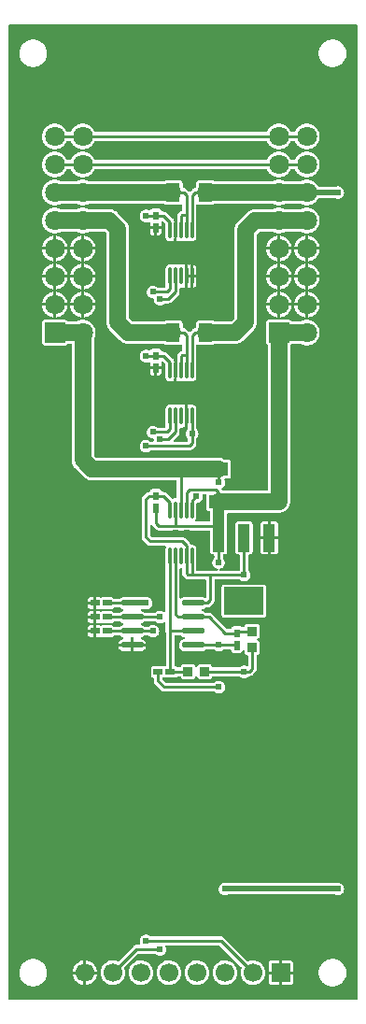
<source format=gbl>
G04 Layer: BottomLayer*
G04 EasyEDA v6.5.42, 2024-03-10 10:04:45*
G04 fe9a7845ffe14e3b902077880b4d51a8,5a6b42c53f6a479593ecc07194224c93,10*
G04 Gerber Generator version 0.2*
G04 Scale: 100 percent, Rotated: No, Reflected: No *
G04 Dimensions in millimeters *
G04 leading zeros omitted , absolute positions ,4 integer and 5 decimal *
%FSLAX45Y45*%
%MOMM*%

%AMMACRO1*21,1,$1,$2,0,0,$3*%
%ADD10C,0.2540*%
%ADD11C,0.5000*%
%ADD12C,1.0000*%
%ADD13C,1.5000*%
%ADD14MACRO1,0.54X0.7901X-90.0000*%
%ADD15R,0.5400X0.7901*%
%ADD16MACRO1,0.54X0.7901X0.0000*%
%ADD17O,0.2800096X1.620012*%
%ADD18R,1.7010X1.2075*%
%ADD19MACRO1,1.701X1.2075X0.0000*%
%ADD20MACRO1,1.701X1.2075X90.0000*%
%ADD21MACRO1,1.05X2.465X0.0000*%
%ADD22MACRO1,3.54X2.465X0.0000*%
%ADD23R,0.8640X0.8065*%
%ADD24MACRO1,0.864X0.8065X0.0000*%
%ADD25MACRO1,0.864X0.8065X-90.0000*%
%ADD26O,2.0450048X0.58801*%
%ADD27MACRO1,1.8X1.8X90.0000*%
%ADD28C,1.8000*%
%ADD29MACRO1,1.7X1.7X0.0000*%
%ADD30C,1.7000*%
%ADD31C,0.6200*%
%ADD32C,0.0137*%

%LPD*%
G36*
X480568Y2972308D02*
G01*
X476656Y2973070D01*
X473405Y2975305D01*
X471170Y2978556D01*
X470408Y2982468D01*
X470408Y11800332D01*
X471170Y11804243D01*
X473405Y11807494D01*
X476656Y11809730D01*
X480568Y11810492D01*
X3621532Y11810492D01*
X3625443Y11809730D01*
X3628694Y11807494D01*
X3630929Y11804243D01*
X3631692Y11800332D01*
X3631692Y2982468D01*
X3630929Y2978556D01*
X3628694Y2975305D01*
X3625443Y2973070D01*
X3621532Y2972308D01*
G37*

%LPC*%
G36*
X691388Y11422176D02*
G01*
X706577Y11423091D01*
X721512Y11425834D01*
X736041Y11430355D01*
X749909Y11436604D01*
X762914Y11444478D01*
X774852Y11453876D01*
X785622Y11464594D01*
X794969Y11476583D01*
X802843Y11489588D01*
X809091Y11503456D01*
X813612Y11517934D01*
X816356Y11532920D01*
X817270Y11548059D01*
X816356Y11563248D01*
X813612Y11578234D01*
X809091Y11592712D01*
X802843Y11606580D01*
X794969Y11619585D01*
X785622Y11631574D01*
X774852Y11642293D01*
X762914Y11651691D01*
X749909Y11659565D01*
X736041Y11665813D01*
X721512Y11670334D01*
X706577Y11673078D01*
X691388Y11673992D01*
X676198Y11673078D01*
X661263Y11670334D01*
X646734Y11665813D01*
X632866Y11659565D01*
X619861Y11651691D01*
X607923Y11642293D01*
X597154Y11631574D01*
X587806Y11619585D01*
X579932Y11606580D01*
X573684Y11592712D01*
X569163Y11578234D01*
X566420Y11563248D01*
X565505Y11548059D01*
X566420Y11532920D01*
X569163Y11517934D01*
X573684Y11503456D01*
X579932Y11489588D01*
X587806Y11476583D01*
X597154Y11464594D01*
X607923Y11453876D01*
X619861Y11444478D01*
X632866Y11436604D01*
X646734Y11430355D01*
X661263Y11425834D01*
X676198Y11423091D01*
G37*
G36*
X691388Y3090976D02*
G01*
X706577Y3091891D01*
X721512Y3094634D01*
X736041Y3099155D01*
X749909Y3105404D01*
X762914Y3113278D01*
X774852Y3122676D01*
X785622Y3133394D01*
X794969Y3145383D01*
X802843Y3158388D01*
X809091Y3172256D01*
X813612Y3186734D01*
X816356Y3201720D01*
X817270Y3216859D01*
X816356Y3232048D01*
X813612Y3247034D01*
X809091Y3261512D01*
X802843Y3275380D01*
X794969Y3288385D01*
X785622Y3300374D01*
X774852Y3311093D01*
X762914Y3320491D01*
X749909Y3328365D01*
X736041Y3334613D01*
X721512Y3339134D01*
X706577Y3341878D01*
X691388Y3342792D01*
X676198Y3341878D01*
X661263Y3339134D01*
X646734Y3334613D01*
X632866Y3328365D01*
X619861Y3320491D01*
X607923Y3311093D01*
X597154Y3300374D01*
X587806Y3288385D01*
X579932Y3275380D01*
X573684Y3261512D01*
X569163Y3247034D01*
X566420Y3232048D01*
X565505Y3216859D01*
X566420Y3201720D01*
X569163Y3186734D01*
X573684Y3172256D01*
X579932Y3158388D01*
X587806Y3145383D01*
X597154Y3133394D01*
X607923Y3122676D01*
X619861Y3113278D01*
X632866Y3105404D01*
X646734Y3099155D01*
X661263Y3094634D01*
X676198Y3091891D01*
G37*
G36*
X2950210Y3105962D02*
G01*
X3021939Y3105962D01*
X3028238Y3106674D01*
X3033725Y3108604D01*
X3038602Y3111703D01*
X3042716Y3115767D01*
X3045764Y3120694D01*
X3047695Y3126130D01*
X3048406Y3132480D01*
X3048406Y3204210D01*
X2950210Y3204210D01*
G37*
G36*
X2853080Y3105962D02*
G01*
X2924810Y3105962D01*
X2924810Y3204210D01*
X2826562Y3204210D01*
X2826562Y3132480D01*
X2827274Y3126130D01*
X2829204Y3120694D01*
X2832303Y3115767D01*
X2836367Y3111703D01*
X2841294Y3108604D01*
X2846730Y3106674D01*
G37*
G36*
X2171954Y3106064D02*
G01*
X2186127Y3106521D01*
X2200148Y3108807D01*
X2213813Y3112820D01*
X2226767Y3118561D01*
X2238959Y3125927D01*
X2250033Y3134817D01*
X2259939Y3145028D01*
X2268423Y3156407D01*
X2275382Y3168802D01*
X2280716Y3181959D01*
X2284323Y3195675D01*
X2286152Y3209798D01*
X2286152Y3224022D01*
X2284323Y3238093D01*
X2280716Y3251860D01*
X2275382Y3265017D01*
X2268423Y3277362D01*
X2259939Y3288792D01*
X2250033Y3299002D01*
X2238959Y3307842D01*
X2226767Y3315208D01*
X2213813Y3320948D01*
X2200148Y3325012D01*
X2186127Y3327247D01*
X2171954Y3327704D01*
X2157780Y3326384D01*
X2143963Y3323183D01*
X2130602Y3318306D01*
X2118004Y3311702D01*
X2106371Y3303574D01*
X2095855Y3294024D01*
X2086610Y3283204D01*
X2078888Y3271316D01*
X2072690Y3258515D01*
X2068220Y3245002D01*
X2065528Y3231083D01*
X2064613Y3216910D01*
X2065528Y3202736D01*
X2068220Y3188766D01*
X2072690Y3175304D01*
X2078888Y3162503D01*
X2086610Y3150565D01*
X2095855Y3139744D01*
X2106371Y3130194D01*
X2118004Y3122066D01*
X2130602Y3115513D01*
X2143963Y3110585D01*
X2157780Y3107436D01*
G37*
G36*
X2425954Y3106064D02*
G01*
X2440127Y3106521D01*
X2454148Y3108807D01*
X2467813Y3112820D01*
X2480767Y3118561D01*
X2492959Y3125927D01*
X2504033Y3134817D01*
X2513939Y3145028D01*
X2522423Y3156407D01*
X2529382Y3168802D01*
X2534716Y3181959D01*
X2538323Y3195675D01*
X2540152Y3209798D01*
X2540152Y3224022D01*
X2538323Y3238093D01*
X2534716Y3251860D01*
X2529382Y3265017D01*
X2522423Y3277362D01*
X2513939Y3288792D01*
X2504033Y3299002D01*
X2492959Y3307842D01*
X2480767Y3315208D01*
X2467813Y3320948D01*
X2454148Y3325012D01*
X2440127Y3327247D01*
X2425954Y3327704D01*
X2411780Y3326384D01*
X2397963Y3323183D01*
X2384602Y3318306D01*
X2372004Y3311702D01*
X2360371Y3303574D01*
X2349855Y3294024D01*
X2340610Y3283204D01*
X2332888Y3271316D01*
X2326690Y3258515D01*
X2322220Y3245002D01*
X2319528Y3231083D01*
X2318613Y3216910D01*
X2319528Y3202736D01*
X2322220Y3188766D01*
X2326690Y3175304D01*
X2332888Y3162503D01*
X2340610Y3150565D01*
X2349855Y3139744D01*
X2360371Y3130194D01*
X2372004Y3122066D01*
X2384602Y3115513D01*
X2397963Y3110585D01*
X2411780Y3107436D01*
G37*
G36*
X1917954Y3106064D02*
G01*
X1932127Y3106521D01*
X1946148Y3108807D01*
X1959813Y3112820D01*
X1972767Y3118561D01*
X1984959Y3125927D01*
X1996033Y3134817D01*
X2005939Y3145028D01*
X2014423Y3156407D01*
X2021382Y3168802D01*
X2026716Y3181959D01*
X2030323Y3195675D01*
X2032152Y3209798D01*
X2032152Y3224022D01*
X2030323Y3238093D01*
X2026716Y3251860D01*
X2021382Y3265017D01*
X2014423Y3277362D01*
X2005939Y3288792D01*
X1996033Y3299002D01*
X1984959Y3307842D01*
X1972767Y3315208D01*
X1959813Y3320948D01*
X1946148Y3325012D01*
X1932127Y3327247D01*
X1917954Y3327704D01*
X1903780Y3326384D01*
X1889963Y3323183D01*
X1876602Y3318306D01*
X1864004Y3311702D01*
X1852371Y3303574D01*
X1841855Y3294024D01*
X1832610Y3283204D01*
X1824888Y3271316D01*
X1818690Y3258515D01*
X1814220Y3245002D01*
X1811528Y3231083D01*
X1810613Y3216910D01*
X1811528Y3202736D01*
X1814220Y3188766D01*
X1818690Y3175304D01*
X1824888Y3162503D01*
X1832610Y3150565D01*
X1841855Y3139744D01*
X1852371Y3130194D01*
X1864004Y3122066D01*
X1876602Y3115513D01*
X1889963Y3110585D01*
X1903780Y3107436D01*
G37*
G36*
X1663954Y3106064D02*
G01*
X1678127Y3106521D01*
X1692148Y3108807D01*
X1705813Y3112820D01*
X1718767Y3118561D01*
X1730959Y3125927D01*
X1742033Y3134817D01*
X1751939Y3145028D01*
X1760423Y3156407D01*
X1767382Y3168802D01*
X1772716Y3181959D01*
X1776323Y3195675D01*
X1778152Y3209798D01*
X1778152Y3224022D01*
X1776323Y3238093D01*
X1772716Y3251860D01*
X1767382Y3265017D01*
X1760423Y3277362D01*
X1751939Y3288792D01*
X1742033Y3299002D01*
X1730959Y3307842D01*
X1718767Y3315208D01*
X1705813Y3320948D01*
X1692148Y3325012D01*
X1678127Y3327247D01*
X1663954Y3327704D01*
X1649780Y3326384D01*
X1635963Y3323183D01*
X1622602Y3318306D01*
X1610004Y3311702D01*
X1598371Y3303574D01*
X1587855Y3294024D01*
X1578610Y3283204D01*
X1570888Y3271316D01*
X1564690Y3258515D01*
X1560220Y3245002D01*
X1557528Y3231083D01*
X1556613Y3216910D01*
X1557528Y3202736D01*
X1560220Y3188766D01*
X1564690Y3175304D01*
X1570888Y3162503D01*
X1578610Y3150565D01*
X1587855Y3139744D01*
X1598371Y3130194D01*
X1610004Y3122066D01*
X1622602Y3115513D01*
X1635963Y3110585D01*
X1649780Y3107436D01*
G37*
G36*
X1409954Y3106064D02*
G01*
X1424127Y3106521D01*
X1438148Y3108807D01*
X1451813Y3112820D01*
X1464767Y3118561D01*
X1476959Y3125927D01*
X1488033Y3134817D01*
X1497939Y3145028D01*
X1506423Y3156407D01*
X1513382Y3168802D01*
X1518716Y3181959D01*
X1522323Y3195675D01*
X1524152Y3209798D01*
X1524152Y3224022D01*
X1522323Y3238093D01*
X1518716Y3251860D01*
X1516735Y3256788D01*
X1515973Y3260648D01*
X1516786Y3264509D01*
X1518970Y3267760D01*
X1638604Y3387394D01*
X1641906Y3389629D01*
X1645818Y3390392D01*
X1795780Y3390392D01*
X1799336Y3389731D01*
X1802485Y3387851D01*
X1807667Y3383279D01*
X1815896Y3378200D01*
X1824837Y3374644D01*
X1834286Y3372612D01*
X1843938Y3372154D01*
X1853488Y3373424D01*
X1862683Y3376218D01*
X1871319Y3380587D01*
X1879092Y3386328D01*
X1885746Y3393287D01*
X1891131Y3401263D01*
X1895144Y3410051D01*
X1897532Y3419398D01*
X1898396Y3429000D01*
X1897532Y3438601D01*
X1895144Y3447948D01*
X1893163Y3452266D01*
X1892300Y3456178D01*
X1892960Y3460140D01*
X1895144Y3463544D01*
X1898497Y3465779D01*
X1902460Y3466592D01*
X2375001Y3466592D01*
X2378913Y3465829D01*
X2382215Y3463594D01*
X2577947Y3267913D01*
X2580030Y3264814D01*
X2580894Y3261207D01*
X2580386Y3257499D01*
X2576220Y3245002D01*
X2573528Y3231083D01*
X2572613Y3216910D01*
X2573528Y3202736D01*
X2576220Y3188766D01*
X2580690Y3175304D01*
X2586888Y3162503D01*
X2594610Y3150565D01*
X2603855Y3139744D01*
X2614371Y3130194D01*
X2626004Y3122066D01*
X2638602Y3115513D01*
X2651963Y3110585D01*
X2665780Y3107436D01*
X2679954Y3106064D01*
X2694127Y3106521D01*
X2708148Y3108807D01*
X2721813Y3112820D01*
X2734767Y3118561D01*
X2746959Y3125927D01*
X2758033Y3134817D01*
X2767939Y3145028D01*
X2776423Y3156407D01*
X2783382Y3168802D01*
X2788716Y3181959D01*
X2792323Y3195675D01*
X2794152Y3209798D01*
X2794152Y3224022D01*
X2792323Y3238093D01*
X2788716Y3251860D01*
X2783382Y3265017D01*
X2776423Y3277362D01*
X2767939Y3288792D01*
X2758033Y3299002D01*
X2746959Y3307842D01*
X2734767Y3315208D01*
X2721813Y3320948D01*
X2708148Y3325012D01*
X2694127Y3327247D01*
X2679954Y3327704D01*
X2665780Y3326384D01*
X2651963Y3323183D01*
X2643327Y3320034D01*
X2639568Y3319424D01*
X2635808Y3320237D01*
X2632659Y3322370D01*
X2422855Y3532124D01*
X2416657Y3537254D01*
X2409952Y3540810D01*
X2402738Y3542995D01*
X2394712Y3543808D01*
X1760321Y3543808D01*
X1756359Y3544620D01*
X1744319Y3553612D01*
X1735683Y3557981D01*
X1726488Y3560775D01*
X1716938Y3562045D01*
X1707286Y3561587D01*
X1697837Y3559556D01*
X1688896Y3556000D01*
X1680667Y3550920D01*
X1673453Y3544570D01*
X1667357Y3537051D01*
X1662684Y3528618D01*
X1659483Y3519525D01*
X1657857Y3510026D01*
X1657857Y3500374D01*
X1659483Y3490874D01*
X1662887Y3481171D01*
X1663446Y3477361D01*
X1662582Y3473602D01*
X1660347Y3470452D01*
X1657096Y3468319D01*
X1653336Y3467608D01*
X1626107Y3467608D01*
X1618081Y3466795D01*
X1610868Y3464610D01*
X1604162Y3461054D01*
X1597964Y3455924D01*
X1464462Y3322472D01*
X1461109Y3320237D01*
X1457096Y3319475D01*
X1438148Y3325012D01*
X1424127Y3327247D01*
X1409954Y3327704D01*
X1395780Y3326384D01*
X1381963Y3323183D01*
X1368602Y3318306D01*
X1356004Y3311702D01*
X1344371Y3303574D01*
X1333855Y3294024D01*
X1324610Y3283204D01*
X1316888Y3271316D01*
X1310690Y3258515D01*
X1306220Y3245002D01*
X1303528Y3231083D01*
X1302613Y3216910D01*
X1303528Y3202736D01*
X1306220Y3188766D01*
X1310690Y3175304D01*
X1316888Y3162503D01*
X1324610Y3150565D01*
X1333855Y3139744D01*
X1344371Y3130194D01*
X1356004Y3122066D01*
X1368602Y3115513D01*
X1381963Y3110585D01*
X1395780Y3107436D01*
G37*
G36*
X3406394Y11422176D02*
G01*
X3421583Y11423091D01*
X3436518Y11425834D01*
X3451047Y11430355D01*
X3464915Y11436604D01*
X3477920Y11444478D01*
X3489858Y11453876D01*
X3500628Y11464594D01*
X3509975Y11476583D01*
X3517849Y11489588D01*
X3524097Y11503456D01*
X3528618Y11517934D01*
X3531362Y11532920D01*
X3532276Y11548059D01*
X3531362Y11563248D01*
X3528618Y11578234D01*
X3524097Y11592712D01*
X3517849Y11606580D01*
X3509975Y11619585D01*
X3500628Y11631574D01*
X3489858Y11642293D01*
X3477920Y11651691D01*
X3464915Y11659565D01*
X3451047Y11665813D01*
X3436518Y11670334D01*
X3421583Y11673078D01*
X3406394Y11673992D01*
X3391204Y11673078D01*
X3376269Y11670334D01*
X3361740Y11665813D01*
X3347872Y11659565D01*
X3334867Y11651691D01*
X3322929Y11642293D01*
X3312160Y11631574D01*
X3302812Y11619585D01*
X3294938Y11606580D01*
X3288690Y11592712D01*
X3284169Y11578234D01*
X3281426Y11563248D01*
X3280511Y11548059D01*
X3281426Y11532920D01*
X3284169Y11517934D01*
X3288690Y11503456D01*
X3294938Y11489588D01*
X3302812Y11476583D01*
X3312160Y11464594D01*
X3322929Y11453876D01*
X3334867Y11444478D01*
X3347872Y11436604D01*
X3361740Y11430355D01*
X3376269Y11425834D01*
X3391204Y11423091D01*
G37*
G36*
X1172210Y3106877D02*
G01*
X1184148Y3108807D01*
X1197813Y3112820D01*
X1210767Y3118561D01*
X1222959Y3125927D01*
X1234033Y3134817D01*
X1243939Y3145028D01*
X1252423Y3156407D01*
X1259382Y3168802D01*
X1264716Y3181959D01*
X1268323Y3195675D01*
X1269441Y3204210D01*
X1172210Y3204210D01*
G37*
G36*
X1146810Y3106928D02*
G01*
X1146810Y3204210D01*
X1049426Y3204210D01*
X1049528Y3202736D01*
X1052220Y3188766D01*
X1056690Y3175304D01*
X1062888Y3162503D01*
X1070610Y3150565D01*
X1079855Y3139744D01*
X1090371Y3130194D01*
X1102004Y3122066D01*
X1114602Y3115513D01*
X1127963Y3110585D01*
X1141780Y3107436D01*
G37*
G36*
X1172210Y3229610D02*
G01*
X1269441Y3229610D01*
X1268323Y3238093D01*
X1264716Y3251860D01*
X1259382Y3265017D01*
X1252423Y3277362D01*
X1243939Y3288792D01*
X1234033Y3299002D01*
X1222959Y3307842D01*
X1210767Y3315208D01*
X1197813Y3320948D01*
X1184148Y3325012D01*
X1172210Y3326942D01*
G37*
G36*
X1049426Y3229610D02*
G01*
X1146810Y3229610D01*
X1146810Y3326841D01*
X1141780Y3326384D01*
X1127963Y3323183D01*
X1114602Y3318306D01*
X1102004Y3311702D01*
X1090371Y3303574D01*
X1079855Y3294024D01*
X1070610Y3283204D01*
X1062888Y3271316D01*
X1056690Y3258515D01*
X1052220Y3245002D01*
X1049528Y3231083D01*
G37*
G36*
X2950210Y3229610D02*
G01*
X3048406Y3229610D01*
X3048406Y3301339D01*
X3047695Y3307638D01*
X3045764Y3313125D01*
X3042716Y3318001D01*
X3038602Y3322116D01*
X3033725Y3325164D01*
X3028238Y3327095D01*
X3021939Y3327806D01*
X2950210Y3327806D01*
G37*
G36*
X2826562Y3229610D02*
G01*
X2924810Y3229610D01*
X2924810Y3327806D01*
X2853080Y3327806D01*
X2846730Y3327095D01*
X2841294Y3325164D01*
X2836367Y3322116D01*
X2832303Y3318001D01*
X2829204Y3313125D01*
X2827274Y3307638D01*
X2826562Y3301339D01*
G37*
G36*
X889000Y10679125D02*
G01*
X903528Y10680039D01*
X917803Y10682732D01*
X931671Y10687253D01*
X944829Y10693450D01*
X957122Y10701223D01*
X968349Y10710519D01*
X978306Y10721136D01*
X986840Y10732922D01*
X993851Y10745673D01*
X995578Y10749991D01*
X997762Y10753344D01*
X1001064Y10755630D01*
X1005027Y10756392D01*
X1026972Y10756392D01*
X1030935Y10755630D01*
X1034237Y10753344D01*
X1036421Y10749991D01*
X1038148Y10745673D01*
X1045159Y10732922D01*
X1053693Y10721136D01*
X1063650Y10710519D01*
X1074877Y10701223D01*
X1087170Y10693450D01*
X1100328Y10687253D01*
X1114196Y10682732D01*
X1128471Y10680039D01*
X1143000Y10679125D01*
X1157528Y10680039D01*
X1171803Y10682732D01*
X1185672Y10687253D01*
X1198829Y10693450D01*
X1211122Y10701223D01*
X1222349Y10710519D01*
X1232306Y10721136D01*
X1240840Y10732922D01*
X1247851Y10745673D01*
X1249578Y10749991D01*
X1251762Y10753344D01*
X1255064Y10755630D01*
X1259027Y10756392D01*
X2804972Y10756392D01*
X2808935Y10755630D01*
X2812237Y10753344D01*
X2814421Y10749991D01*
X2816148Y10745673D01*
X2823159Y10732922D01*
X2831693Y10721136D01*
X2841650Y10710519D01*
X2852877Y10701223D01*
X2865170Y10693450D01*
X2878328Y10687253D01*
X2892196Y10682732D01*
X2906471Y10680039D01*
X2921000Y10679125D01*
X2935528Y10680039D01*
X2949803Y10682732D01*
X2963672Y10687253D01*
X2976829Y10693450D01*
X2989122Y10701223D01*
X3000349Y10710519D01*
X3010306Y10721136D01*
X3018840Y10732922D01*
X3025851Y10745673D01*
X3027578Y10749991D01*
X3029762Y10753344D01*
X3033064Y10755630D01*
X3037027Y10756392D01*
X3058972Y10756392D01*
X3062935Y10755630D01*
X3066237Y10753344D01*
X3068421Y10749991D01*
X3070148Y10745673D01*
X3077159Y10732922D01*
X3085693Y10721136D01*
X3095650Y10710519D01*
X3106877Y10701223D01*
X3119170Y10693450D01*
X3132328Y10687253D01*
X3146196Y10682732D01*
X3160471Y10680039D01*
X3175000Y10679125D01*
X3189528Y10680039D01*
X3203803Y10682732D01*
X3217672Y10687253D01*
X3230829Y10693450D01*
X3243122Y10701223D01*
X3254349Y10710519D01*
X3264306Y10721136D01*
X3272840Y10732922D01*
X3279851Y10745673D01*
X3285236Y10759186D01*
X3288842Y10773308D01*
X3290671Y10787735D01*
X3290671Y10802264D01*
X3288842Y10816691D01*
X3285236Y10830814D01*
X3279851Y10844326D01*
X3272840Y10857077D01*
X3264306Y10868863D01*
X3254349Y10879480D01*
X3243122Y10888776D01*
X3230829Y10896549D01*
X3217672Y10902746D01*
X3203803Y10907268D01*
X3189528Y10909960D01*
X3175000Y10910874D01*
X3160471Y10909960D01*
X3146196Y10907268D01*
X3132328Y10902746D01*
X3119170Y10896549D01*
X3106877Y10888776D01*
X3095650Y10879480D01*
X3085693Y10868863D01*
X3077159Y10857077D01*
X3070148Y10844326D01*
X3068421Y10840059D01*
X3066237Y10836656D01*
X3062935Y10834420D01*
X3058972Y10833608D01*
X3037027Y10833608D01*
X3033064Y10834420D01*
X3029762Y10836656D01*
X3027578Y10840059D01*
X3025851Y10844326D01*
X3018840Y10857077D01*
X3010306Y10868863D01*
X3000349Y10879480D01*
X2989122Y10888776D01*
X2976829Y10896549D01*
X2963672Y10902746D01*
X2949803Y10907268D01*
X2935528Y10909960D01*
X2921000Y10910874D01*
X2906471Y10909960D01*
X2892196Y10907268D01*
X2878328Y10902746D01*
X2865170Y10896549D01*
X2852877Y10888776D01*
X2841650Y10879480D01*
X2831693Y10868863D01*
X2823159Y10857077D01*
X2816148Y10844326D01*
X2814421Y10840059D01*
X2812237Y10836656D01*
X2808935Y10834420D01*
X2804972Y10833608D01*
X1259027Y10833608D01*
X1255064Y10834420D01*
X1251762Y10836656D01*
X1249578Y10840059D01*
X1247851Y10844326D01*
X1240840Y10857077D01*
X1232306Y10868863D01*
X1222349Y10879480D01*
X1211122Y10888776D01*
X1198829Y10896549D01*
X1185672Y10902746D01*
X1171803Y10907268D01*
X1157528Y10909960D01*
X1143000Y10910874D01*
X1128471Y10909960D01*
X1114196Y10907268D01*
X1100328Y10902746D01*
X1087170Y10896549D01*
X1074877Y10888776D01*
X1063650Y10879480D01*
X1053693Y10868863D01*
X1045159Y10857077D01*
X1038148Y10844326D01*
X1036421Y10840059D01*
X1034237Y10836656D01*
X1030935Y10834420D01*
X1026972Y10833608D01*
X1005027Y10833608D01*
X1001064Y10834420D01*
X997762Y10836656D01*
X995578Y10840059D01*
X993851Y10844326D01*
X986840Y10857077D01*
X978306Y10868863D01*
X968349Y10879480D01*
X957122Y10888776D01*
X944829Y10896549D01*
X931671Y10902746D01*
X917803Y10907268D01*
X903528Y10909960D01*
X889000Y10910874D01*
X874471Y10909960D01*
X860196Y10907268D01*
X846328Y10902746D01*
X833170Y10896549D01*
X820877Y10888776D01*
X809650Y10879480D01*
X799693Y10868863D01*
X791159Y10857077D01*
X784148Y10844326D01*
X778764Y10830814D01*
X775157Y10816691D01*
X773328Y10802264D01*
X773328Y10787735D01*
X775157Y10773308D01*
X778764Y10759186D01*
X784148Y10745673D01*
X791159Y10732922D01*
X799693Y10721136D01*
X809650Y10710519D01*
X820877Y10701223D01*
X833170Y10693450D01*
X846328Y10687253D01*
X860196Y10682732D01*
X874471Y10680039D01*
G37*
G36*
X889000Y10425125D02*
G01*
X903528Y10426039D01*
X917803Y10428732D01*
X931671Y10433253D01*
X944829Y10439450D01*
X957122Y10447223D01*
X968349Y10456519D01*
X978306Y10467136D01*
X986840Y10478922D01*
X993851Y10491673D01*
X995578Y10495991D01*
X997762Y10499344D01*
X1001064Y10501630D01*
X1005027Y10502392D01*
X1026972Y10502392D01*
X1030935Y10501630D01*
X1034237Y10499344D01*
X1036421Y10495991D01*
X1038148Y10491673D01*
X1045159Y10478922D01*
X1053693Y10467136D01*
X1063650Y10456519D01*
X1074877Y10447223D01*
X1087170Y10439450D01*
X1100328Y10433253D01*
X1114196Y10428732D01*
X1128471Y10426039D01*
X1143000Y10425125D01*
X1157528Y10426039D01*
X1171803Y10428732D01*
X1185672Y10433253D01*
X1198829Y10439450D01*
X1211122Y10447223D01*
X1222349Y10456519D01*
X1232306Y10467136D01*
X1240840Y10478922D01*
X1247851Y10491673D01*
X1249578Y10495991D01*
X1251762Y10499344D01*
X1255064Y10501630D01*
X1259027Y10502392D01*
X2804972Y10502392D01*
X2808935Y10501630D01*
X2812237Y10499344D01*
X2814421Y10495991D01*
X2816148Y10491673D01*
X2823159Y10478922D01*
X2831693Y10467136D01*
X2841650Y10456519D01*
X2852877Y10447223D01*
X2865170Y10439450D01*
X2878328Y10433253D01*
X2892196Y10428732D01*
X2906471Y10426039D01*
X2921000Y10425125D01*
X2935528Y10426039D01*
X2949803Y10428732D01*
X2963672Y10433253D01*
X2976829Y10439450D01*
X2989122Y10447223D01*
X3000349Y10456519D01*
X3010306Y10467136D01*
X3018840Y10478922D01*
X3025851Y10491673D01*
X3027578Y10495991D01*
X3029762Y10499344D01*
X3033064Y10501630D01*
X3037027Y10502392D01*
X3058972Y10502392D01*
X3062935Y10501630D01*
X3066237Y10499344D01*
X3068421Y10495991D01*
X3070148Y10491673D01*
X3077159Y10478922D01*
X3085693Y10467136D01*
X3095650Y10456519D01*
X3106877Y10447223D01*
X3119170Y10439450D01*
X3132328Y10433253D01*
X3146196Y10428732D01*
X3160471Y10426039D01*
X3175000Y10425125D01*
X3189528Y10426039D01*
X3203803Y10428732D01*
X3217672Y10433253D01*
X3230829Y10439450D01*
X3243122Y10447223D01*
X3254349Y10456519D01*
X3264306Y10467136D01*
X3272840Y10478922D01*
X3279851Y10491673D01*
X3285236Y10505186D01*
X3288842Y10519308D01*
X3290671Y10533735D01*
X3290671Y10548264D01*
X3288842Y10562691D01*
X3285236Y10576814D01*
X3279851Y10590326D01*
X3272840Y10603077D01*
X3264306Y10614863D01*
X3254349Y10625480D01*
X3243122Y10634776D01*
X3230829Y10642549D01*
X3217672Y10648746D01*
X3203803Y10653268D01*
X3189528Y10655960D01*
X3175000Y10656874D01*
X3160471Y10655960D01*
X3146196Y10653268D01*
X3132328Y10648746D01*
X3119170Y10642549D01*
X3106877Y10634776D01*
X3095650Y10625480D01*
X3085693Y10614863D01*
X3077159Y10603077D01*
X3070148Y10590326D01*
X3068421Y10586059D01*
X3066237Y10582656D01*
X3062935Y10580420D01*
X3058972Y10579608D01*
X3037027Y10579608D01*
X3033064Y10580420D01*
X3029762Y10582656D01*
X3027578Y10586059D01*
X3025851Y10590326D01*
X3018840Y10603077D01*
X3010306Y10614863D01*
X3000349Y10625480D01*
X2989122Y10634776D01*
X2976829Y10642549D01*
X2963672Y10648746D01*
X2949803Y10653268D01*
X2935528Y10655960D01*
X2921000Y10656874D01*
X2906471Y10655960D01*
X2892196Y10653268D01*
X2878328Y10648746D01*
X2865170Y10642549D01*
X2852877Y10634776D01*
X2841650Y10625480D01*
X2831693Y10614863D01*
X2823159Y10603077D01*
X2816148Y10590326D01*
X2814421Y10586059D01*
X2812237Y10582656D01*
X2808935Y10580420D01*
X2804972Y10579608D01*
X1259027Y10579608D01*
X1255064Y10580420D01*
X1251762Y10582656D01*
X1249578Y10586059D01*
X1247851Y10590326D01*
X1240840Y10603077D01*
X1232306Y10614863D01*
X1222349Y10625480D01*
X1211122Y10634776D01*
X1198829Y10642549D01*
X1185672Y10648746D01*
X1171803Y10653268D01*
X1157528Y10655960D01*
X1143000Y10656874D01*
X1128471Y10655960D01*
X1114196Y10653268D01*
X1100328Y10648746D01*
X1087170Y10642549D01*
X1074877Y10634776D01*
X1063650Y10625480D01*
X1053693Y10614863D01*
X1045159Y10603077D01*
X1038148Y10590326D01*
X1036421Y10586059D01*
X1034237Y10582656D01*
X1030935Y10580420D01*
X1026972Y10579608D01*
X1005027Y10579608D01*
X1001064Y10580420D01*
X997762Y10582656D01*
X995578Y10586059D01*
X993851Y10590326D01*
X986840Y10603077D01*
X978306Y10614863D01*
X968349Y10625480D01*
X957122Y10634776D01*
X944829Y10642549D01*
X931671Y10648746D01*
X917803Y10653268D01*
X903528Y10655960D01*
X889000Y10656874D01*
X874471Y10655960D01*
X860196Y10653268D01*
X846328Y10648746D01*
X833170Y10642549D01*
X820877Y10634776D01*
X809650Y10625480D01*
X799693Y10614863D01*
X791159Y10603077D01*
X784148Y10590326D01*
X778764Y10576814D01*
X775157Y10562691D01*
X773328Y10548264D01*
X773328Y10533735D01*
X775157Y10519308D01*
X778764Y10505186D01*
X784148Y10491673D01*
X791159Y10478922D01*
X799693Y10467136D01*
X809650Y10456519D01*
X820877Y10447223D01*
X833170Y10439450D01*
X846328Y10433253D01*
X860196Y10428732D01*
X874471Y10426039D01*
G37*
G36*
X1816100Y9900361D02*
G01*
X1829816Y9900361D01*
X1836166Y9901072D01*
X1841601Y9903002D01*
X1846529Y9906101D01*
X1850593Y9910165D01*
X1853692Y9915093D01*
X1855571Y9920528D01*
X1856282Y9926878D01*
X1856282Y9953091D01*
X1816100Y9953091D01*
G37*
G36*
X2431897Y3918254D02*
G01*
X2441498Y3919524D01*
X2450693Y3922318D01*
X2454452Y3923893D01*
X2456840Y3924198D01*
X3427120Y3924198D01*
X3430930Y3923436D01*
X3437737Y3920744D01*
X3447186Y3918712D01*
X3456838Y3918254D01*
X3466388Y3919524D01*
X3475583Y3922318D01*
X3484219Y3926687D01*
X3491992Y3932428D01*
X3498646Y3939387D01*
X3504031Y3947363D01*
X3508044Y3956151D01*
X3510432Y3965498D01*
X3511296Y3975100D01*
X3510432Y3984701D01*
X3508044Y3994048D01*
X3504031Y4002836D01*
X3498646Y4010812D01*
X3491992Y4017772D01*
X3484219Y4023512D01*
X3475583Y4027881D01*
X3466388Y4030675D01*
X3456838Y4031945D01*
X3447186Y4031487D01*
X3437737Y4029456D01*
X3430930Y4026763D01*
X3427120Y4026001D01*
X2456840Y4026001D01*
X2454452Y4026306D01*
X2450693Y4027881D01*
X2441498Y4030675D01*
X2431897Y4031945D01*
X2422296Y4031487D01*
X2412847Y4029456D01*
X2403906Y4025900D01*
X2395677Y4020820D01*
X2388463Y4014470D01*
X2382367Y4006951D01*
X2377694Y3998518D01*
X2374493Y3989425D01*
X2372817Y3979926D01*
X2372817Y3970274D01*
X2374493Y3960774D01*
X2377694Y3951681D01*
X2382367Y3943248D01*
X2388463Y3935729D01*
X2395677Y3929379D01*
X2403906Y3924300D01*
X2412847Y3920744D01*
X2422296Y3918712D01*
G37*
G36*
X1776984Y9900361D02*
G01*
X1790700Y9900361D01*
X1790700Y9953091D01*
X1750466Y9953091D01*
X1750466Y9926878D01*
X1751177Y9920528D01*
X1753107Y9915093D01*
X1756206Y9910165D01*
X1760270Y9906101D01*
X1765198Y9903002D01*
X1770634Y9901072D01*
G37*
G36*
X1932025Y9845040D02*
G01*
X1939798Y9845802D01*
X1947265Y9848088D01*
X1952193Y9850729D01*
X1955342Y9851796D01*
X1958644Y9851796D01*
X1961794Y9850729D01*
X1966722Y9848088D01*
X1969312Y9847275D01*
X1969312Y9869728D01*
X1969719Y9872675D01*
X1971090Y9877145D01*
X1971903Y9885222D01*
X1973173Y9889236D01*
X1976018Y9892385D01*
X1979879Y9894163D01*
X1984146Y9894163D01*
X1988007Y9892385D01*
X1990801Y9889236D01*
X1992122Y9885222D01*
X1992884Y9877145D01*
X1994255Y9872675D01*
X1994712Y9869728D01*
X1994712Y9847275D01*
X1997252Y9848088D01*
X2002231Y9850729D01*
X2005330Y9851796D01*
X2008632Y9851796D01*
X2011781Y9850729D01*
X2016760Y9848088D01*
X2024227Y9845802D01*
X2032000Y9845040D01*
X2039772Y9845802D01*
X2047239Y9848088D01*
X2052218Y9850729D01*
X2055368Y9851796D01*
X2058670Y9851796D01*
X2061768Y9850729D01*
X2066747Y9848088D01*
X2074214Y9845802D01*
X2081987Y9845040D01*
X2089759Y9845802D01*
X2097278Y9848088D01*
X2102205Y9850729D01*
X2105355Y9851796D01*
X2108657Y9851796D01*
X2111806Y9850729D01*
X2116734Y9848088D01*
X2124202Y9845802D01*
X2132025Y9845040D01*
X2139797Y9845802D01*
X2147265Y9848088D01*
X2154123Y9851745D01*
X2160168Y9856724D01*
X2165146Y9862769D01*
X2168804Y9869627D01*
X2171090Y9877145D01*
X2171903Y9885375D01*
X2171903Y10018420D01*
X2170633Y10029799D01*
X2170633Y10169194D01*
X2171344Y10173004D01*
X2173427Y10176205D01*
X2176576Y10178440D01*
X2180336Y10179354D01*
X2184146Y10178796D01*
X2189937Y10176764D01*
X2196287Y10176052D01*
X2315870Y10176052D01*
X2322220Y10176764D01*
X2327656Y10178643D01*
X2332583Y10181742D01*
X2333955Y10183114D01*
X2337257Y10185298D01*
X2341118Y10186111D01*
X2861513Y10186111D01*
X2865831Y10185146D01*
X2878328Y10179253D01*
X2892196Y10174732D01*
X2906471Y10172039D01*
X2921000Y10171125D01*
X2935528Y10172039D01*
X2949803Y10174732D01*
X2963672Y10179253D01*
X2976168Y10185146D01*
X2980486Y10186111D01*
X3115513Y10186111D01*
X3119831Y10185146D01*
X3132328Y10179253D01*
X3146196Y10174732D01*
X3160471Y10172039D01*
X3175000Y10171125D01*
X3189528Y10172039D01*
X3203803Y10174732D01*
X3217672Y10179253D01*
X3230829Y10185450D01*
X3243122Y10193223D01*
X3254349Y10202519D01*
X3264306Y10213136D01*
X3272840Y10224922D01*
X3276092Y10230815D01*
X3278378Y10233609D01*
X3281476Y10235438D01*
X3284982Y10236098D01*
X3427120Y10236098D01*
X3430930Y10235336D01*
X3437737Y10232644D01*
X3447186Y10230612D01*
X3456838Y10230154D01*
X3466388Y10231424D01*
X3475583Y10234218D01*
X3484219Y10238587D01*
X3491992Y10244328D01*
X3498646Y10251287D01*
X3504031Y10259263D01*
X3508044Y10268051D01*
X3510432Y10277398D01*
X3511296Y10287000D01*
X3510432Y10296601D01*
X3508044Y10305948D01*
X3504031Y10314736D01*
X3498646Y10322712D01*
X3491992Y10329672D01*
X3484219Y10335412D01*
X3475583Y10339781D01*
X3466388Y10342575D01*
X3456838Y10343845D01*
X3447186Y10343388D01*
X3437737Y10341356D01*
X3430930Y10338663D01*
X3427120Y10337901D01*
X3284982Y10337901D01*
X3281476Y10338562D01*
X3278378Y10340390D01*
X3276092Y10343184D01*
X3272840Y10349077D01*
X3264306Y10360863D01*
X3254349Y10371480D01*
X3243122Y10380776D01*
X3230829Y10388549D01*
X3217672Y10394746D01*
X3203803Y10399268D01*
X3189528Y10401960D01*
X3175000Y10402874D01*
X3160471Y10401960D01*
X3146196Y10399268D01*
X3132328Y10394746D01*
X3119882Y10388904D01*
X3115564Y10387939D01*
X2980436Y10387939D01*
X2976118Y10388904D01*
X2963672Y10394746D01*
X2949803Y10399268D01*
X2935528Y10401960D01*
X2921000Y10402874D01*
X2906471Y10401960D01*
X2892196Y10399268D01*
X2878328Y10394746D01*
X2865831Y10388854D01*
X2861513Y10387888D01*
X2341118Y10387888D01*
X2337257Y10388701D01*
X2333955Y10390886D01*
X2332583Y10392257D01*
X2327656Y10395356D01*
X2322220Y10397236D01*
X2315870Y10397947D01*
X2196287Y10397947D01*
X2189937Y10397236D01*
X2184501Y10395356D01*
X2179574Y10392257D01*
X2175510Y10388142D01*
X2172411Y10383266D01*
X2170480Y10377779D01*
X2169769Y10371480D01*
X2169769Y10342016D01*
X2168753Y10337495D01*
X2165553Y10331043D01*
X2163521Y10328249D01*
X2160727Y10326319D01*
X2157425Y10325404D01*
X2151481Y10324795D01*
X2144268Y10322610D01*
X2137562Y10319054D01*
X2131364Y10313924D01*
X2115362Y10297972D01*
X2112111Y10295788D01*
X2108200Y10295026D01*
X2104288Y10295788D01*
X2101037Y10297972D01*
X2085035Y10313924D01*
X2078837Y10319054D01*
X2072182Y10322610D01*
X2064918Y10324795D01*
X2058974Y10325404D01*
X2055672Y10326319D01*
X2052878Y10328249D01*
X2050846Y10331043D01*
X2047646Y10337495D01*
X2046630Y10342016D01*
X2046630Y10371480D01*
X2045919Y10377779D01*
X2043988Y10383266D01*
X2040889Y10388142D01*
X2036825Y10392257D01*
X2031898Y10395356D01*
X2026462Y10397236D01*
X2020112Y10397947D01*
X1900529Y10397947D01*
X1894179Y10397236D01*
X1888743Y10395356D01*
X1883816Y10392257D01*
X1882444Y10390886D01*
X1879142Y10388701D01*
X1875282Y10387888D01*
X1202486Y10387888D01*
X1198168Y10388854D01*
X1185672Y10394746D01*
X1171803Y10399268D01*
X1157528Y10401960D01*
X1143000Y10402874D01*
X1128471Y10401960D01*
X1114196Y10399268D01*
X1100328Y10394746D01*
X1087882Y10388904D01*
X1083564Y10387939D01*
X948436Y10387939D01*
X944118Y10388904D01*
X931671Y10394746D01*
X917803Y10399268D01*
X903528Y10401960D01*
X889000Y10402874D01*
X874471Y10401960D01*
X860196Y10399268D01*
X846328Y10394746D01*
X833170Y10388549D01*
X820877Y10380776D01*
X809650Y10371480D01*
X799693Y10360863D01*
X791159Y10349077D01*
X784148Y10336326D01*
X778764Y10322814D01*
X775157Y10308691D01*
X773328Y10294264D01*
X773328Y10279735D01*
X775157Y10265308D01*
X778764Y10251186D01*
X784148Y10237673D01*
X791159Y10224922D01*
X799693Y10213136D01*
X809650Y10202519D01*
X820877Y10193223D01*
X833170Y10185450D01*
X846328Y10179253D01*
X860196Y10174732D01*
X874471Y10172039D01*
X889000Y10171125D01*
X903528Y10172039D01*
X917803Y10174732D01*
X931671Y10179253D01*
X944168Y10185146D01*
X948486Y10186111D01*
X1083513Y10186111D01*
X1087831Y10185146D01*
X1100328Y10179253D01*
X1114196Y10174732D01*
X1128471Y10172039D01*
X1143000Y10171125D01*
X1157528Y10172039D01*
X1171803Y10174732D01*
X1185672Y10179253D01*
X1198168Y10185146D01*
X1202486Y10186111D01*
X1875282Y10186111D01*
X1879142Y10185298D01*
X1882444Y10183114D01*
X1883816Y10181742D01*
X1888743Y10178643D01*
X1894179Y10176764D01*
X1900529Y10176052D01*
X2020112Y10176052D01*
X2026462Y10176764D01*
X2029866Y10177932D01*
X2033676Y10178491D01*
X2037435Y10177627D01*
X2040534Y10175392D01*
X2042668Y10172141D01*
X2043379Y10168331D01*
X2043379Y10131044D01*
X2042464Y10126827D01*
X2039924Y10123373D01*
X2036165Y10121290D01*
X2029968Y10119410D01*
X2023262Y10115854D01*
X2017064Y10110724D01*
X2005075Y10098735D01*
X1999945Y10092537D01*
X1996389Y10085832D01*
X1994204Y10078618D01*
X1993392Y10070592D01*
X1993392Y10029799D01*
X1992884Y10026700D01*
X1992122Y10018623D01*
X1990801Y10014559D01*
X1988007Y10011410D01*
X1984146Y10009682D01*
X1979879Y10009682D01*
X1976018Y10011410D01*
X1973173Y10014559D01*
X1971903Y10018623D01*
X1971090Y10026700D01*
X1969719Y10031171D01*
X1969312Y10034117D01*
X1969312Y10056520D01*
X1966722Y10055707D01*
X1962200Y10053320D01*
X1958086Y10052100D01*
X1953818Y10052761D01*
X1950212Y10055047D01*
X1903526Y10101783D01*
X1897329Y10106863D01*
X1890623Y10110419D01*
X1883410Y10112603D01*
X1875383Y10113416D01*
X1865122Y10113416D01*
X1861057Y10114280D01*
X1857654Y10116667D01*
X1855520Y10120223D01*
X1853692Y10125506D01*
X1850593Y10130434D01*
X1846529Y10134498D01*
X1841601Y10137597D01*
X1836166Y10139527D01*
X1829816Y10140238D01*
X1776984Y10140238D01*
X1770634Y10139527D01*
X1765198Y10137597D01*
X1760270Y10134498D01*
X1756206Y10130434D01*
X1754835Y10128250D01*
X1752295Y10125506D01*
X1748942Y10123881D01*
X1745234Y10123525D01*
X1741627Y10124592D01*
X1735683Y10127589D01*
X1726488Y10130383D01*
X1716938Y10131653D01*
X1707286Y10131196D01*
X1697837Y10129164D01*
X1688896Y10125608D01*
X1680667Y10120528D01*
X1673453Y10114178D01*
X1667357Y10106660D01*
X1662684Y10098227D01*
X1659483Y10089134D01*
X1657857Y10079634D01*
X1657857Y10069982D01*
X1659483Y10060482D01*
X1662684Y10051389D01*
X1667357Y10042956D01*
X1673453Y10035438D01*
X1680667Y10029088D01*
X1688896Y10024008D01*
X1697837Y10020452D01*
X1707286Y10018420D01*
X1716938Y10017963D01*
X1726488Y10019233D01*
X1735988Y10022128D01*
X1741322Y10023500D01*
X1745437Y10022586D01*
X1748840Y10020046D01*
X1750923Y10016388D01*
X1751330Y10012172D01*
X1750466Y10004704D01*
X1750466Y9978491D01*
X1790700Y9978491D01*
X1790700Y9999218D01*
X1791462Y10003129D01*
X1793697Y10006431D01*
X1796948Y10008616D01*
X1800860Y10009378D01*
X1805939Y10009378D01*
X1809800Y10008616D01*
X1813102Y10006431D01*
X1815338Y10003129D01*
X1816100Y9999218D01*
X1816100Y9978491D01*
X1856282Y9978491D01*
X1856282Y10004704D01*
X1855571Y10011054D01*
X1854454Y10014356D01*
X1853895Y10018166D01*
X1854809Y10021976D01*
X1857095Y10025126D01*
X1860346Y10027158D01*
X1864207Y10027869D01*
X1867966Y10027056D01*
X1871218Y10024872D01*
X1889099Y10006990D01*
X1891334Y10003688D01*
X1892096Y9999776D01*
X1892096Y9885375D01*
X1892909Y9877145D01*
X1895195Y9869627D01*
X1898853Y9862769D01*
X1903831Y9856724D01*
X1909876Y9851745D01*
X1916734Y9848088D01*
X1924202Y9845802D01*
G37*
G36*
X2377338Y5747054D02*
G01*
X2386888Y5748324D01*
X2396083Y5751118D01*
X2404719Y5755487D01*
X2412492Y5761228D01*
X2419146Y5768187D01*
X2424531Y5776163D01*
X2428544Y5784951D01*
X2430932Y5794298D01*
X2431796Y5803900D01*
X2430932Y5813501D01*
X2428544Y5822848D01*
X2424531Y5831636D01*
X2419146Y5839612D01*
X2412492Y5846572D01*
X2404719Y5852312D01*
X2396083Y5856681D01*
X2386888Y5859475D01*
X2377338Y5860745D01*
X2367686Y5860288D01*
X2358237Y5858256D01*
X2349296Y5854700D01*
X2341067Y5849620D01*
X2335885Y5845048D01*
X2332736Y5843168D01*
X2329180Y5842508D01*
X1899818Y5842508D01*
X1895906Y5843270D01*
X1892604Y5845505D01*
X1866696Y5871413D01*
X1864461Y5874715D01*
X1863699Y5878626D01*
X1863699Y5881878D01*
X1864563Y5885942D01*
X1866950Y5889294D01*
X1870506Y5891479D01*
X1876247Y5893460D01*
X1879600Y5894019D01*
X1882952Y5893460D01*
X1888845Y5891428D01*
X1895195Y5890666D01*
X1973021Y5890666D01*
X1979371Y5891428D01*
X1984806Y5893308D01*
X1989734Y5896406D01*
X1996084Y5902909D01*
X1999030Y5904433D01*
X2002282Y5904992D01*
X2020620Y5904992D01*
X2024227Y5904331D01*
X2027377Y5902401D01*
X2029663Y5899505D01*
X2030831Y5894628D01*
X2032762Y5889193D01*
X2035860Y5884265D01*
X2039924Y5880201D01*
X2044852Y5877102D01*
X2050288Y5875223D01*
X2056638Y5874512D01*
X2136140Y5874512D01*
X2142439Y5875223D01*
X2147925Y5877102D01*
X2152802Y5880201D01*
X2156917Y5884265D01*
X2159965Y5889193D01*
X2162098Y5895238D01*
X2164232Y5898794D01*
X2167636Y5901232D01*
X2171700Y5902045D01*
X2175764Y5901232D01*
X2179167Y5898794D01*
X2181301Y5895238D01*
X2183434Y5889193D01*
X2186482Y5884265D01*
X2190597Y5880201D01*
X2195474Y5877102D01*
X2200960Y5875223D01*
X2207260Y5874512D01*
X2286762Y5874512D01*
X2293112Y5875223D01*
X2298547Y5877102D01*
X2303475Y5880201D01*
X2307539Y5884265D01*
X2310638Y5889193D01*
X2312568Y5894628D01*
X2313736Y5899505D01*
X2316022Y5902401D01*
X2319172Y5904331D01*
X2322779Y5904992D01*
X2557780Y5904992D01*
X2561336Y5904331D01*
X2564485Y5902452D01*
X2569667Y5897880D01*
X2577896Y5892800D01*
X2586837Y5889244D01*
X2596286Y5887212D01*
X2605938Y5886754D01*
X2615488Y5888024D01*
X2624683Y5890818D01*
X2633319Y5895187D01*
X2645359Y5904179D01*
X2649321Y5904992D01*
X2653792Y5904992D01*
X2661818Y5905804D01*
X2669032Y5907989D01*
X2675737Y5911545D01*
X2681935Y5916676D01*
X2706624Y5941364D01*
X2711754Y5947562D01*
X2715310Y5954268D01*
X2717495Y5961481D01*
X2718308Y5969508D01*
X2718308Y6084620D01*
X2718968Y6088227D01*
X2720898Y6091377D01*
X2723794Y6093663D01*
X2728671Y6094831D01*
X2734106Y6096762D01*
X2739034Y6099860D01*
X2743098Y6103924D01*
X2746197Y6108852D01*
X2748076Y6114288D01*
X2748788Y6120638D01*
X2748788Y6200140D01*
X2748076Y6206439D01*
X2746197Y6211925D01*
X2743098Y6216802D01*
X2739034Y6220917D01*
X2734106Y6223965D01*
X2728061Y6226098D01*
X2724505Y6228232D01*
X2722067Y6231636D01*
X2721254Y6235700D01*
X2722067Y6239764D01*
X2724505Y6243167D01*
X2728061Y6245301D01*
X2734106Y6247434D01*
X2739034Y6250482D01*
X2743098Y6254597D01*
X2746197Y6259474D01*
X2748076Y6264960D01*
X2748788Y6271260D01*
X2748788Y6350762D01*
X2748076Y6357112D01*
X2746197Y6362547D01*
X2743098Y6367475D01*
X2739034Y6371539D01*
X2734106Y6374638D01*
X2728671Y6376568D01*
X2722321Y6377279D01*
X2637078Y6377279D01*
X2630728Y6376568D01*
X2625293Y6374638D01*
X2620365Y6371539D01*
X2616301Y6367475D01*
X2613202Y6362547D01*
X2611069Y6356451D01*
X2608935Y6352895D01*
X2605532Y6350508D01*
X2601468Y6349644D01*
X2586482Y6349644D01*
X2583637Y6350050D01*
X2581046Y6351219D01*
X2578201Y6352997D01*
X2572766Y6354927D01*
X2566416Y6355638D01*
X2513584Y6355638D01*
X2507234Y6354927D01*
X2501798Y6352997D01*
X2496870Y6349898D01*
X2492806Y6345834D01*
X2489708Y6340906D01*
X2487879Y6335623D01*
X2485694Y6332067D01*
X2482342Y6329680D01*
X2478278Y6328816D01*
X2454910Y6328816D01*
X2450998Y6329578D01*
X2447696Y6331813D01*
X2313635Y6465824D01*
X2307437Y6470954D01*
X2300732Y6474510D01*
X2293518Y6476695D01*
X2285492Y6477508D01*
X2260447Y6477508D01*
X2256586Y6478270D01*
X2244648Y6486753D01*
X2235911Y6490817D01*
X2229358Y6492595D01*
X2225497Y6494627D01*
X2222804Y6498082D01*
X2221839Y6502400D01*
X2222804Y6506718D01*
X2225497Y6510172D01*
X2229358Y6512204D01*
X2235911Y6513982D01*
X2244648Y6518046D01*
X2256586Y6526530D01*
X2260447Y6527292D01*
X2272792Y6527292D01*
X2280818Y6528104D01*
X2288032Y6530289D01*
X2294737Y6533845D01*
X2300935Y6538976D01*
X2325624Y6563664D01*
X2330754Y6569862D01*
X2334310Y6576568D01*
X2336495Y6583781D01*
X2337308Y6591808D01*
X2337308Y6771131D01*
X2338070Y6775043D01*
X2340305Y6778294D01*
X2343556Y6780530D01*
X2347468Y6781292D01*
X2557780Y6781292D01*
X2561336Y6780631D01*
X2564485Y6778752D01*
X2569667Y6774180D01*
X2577896Y6769100D01*
X2586837Y6765544D01*
X2596286Y6763512D01*
X2605938Y6763054D01*
X2615488Y6764324D01*
X2624683Y6767118D01*
X2633319Y6771487D01*
X2641092Y6777228D01*
X2647746Y6784187D01*
X2653131Y6792163D01*
X2657144Y6800951D01*
X2659532Y6810298D01*
X2660396Y6819900D01*
X2659532Y6829501D01*
X2657144Y6838848D01*
X2653131Y6847636D01*
X2647746Y6855612D01*
X2644952Y6858558D01*
X2642819Y6861809D01*
X2642108Y6865620D01*
X2642108Y6997141D01*
X2642870Y7001002D01*
X2645105Y7004303D01*
X2648356Y7006539D01*
X2652268Y7007301D01*
X2655417Y7007301D01*
X2661767Y7008012D01*
X2667203Y7009892D01*
X2672130Y7012990D01*
X2676194Y7017105D01*
X2679293Y7021982D01*
X2681173Y7027468D01*
X2681884Y7033768D01*
X2681884Y7279131D01*
X2681173Y7285431D01*
X2679293Y7290917D01*
X2676194Y7295794D01*
X2672130Y7299909D01*
X2667203Y7303008D01*
X2661767Y7304887D01*
X2655417Y7305598D01*
X2551582Y7305598D01*
X2545232Y7304887D01*
X2539796Y7303008D01*
X2534869Y7299909D01*
X2530805Y7295794D01*
X2527706Y7290917D01*
X2525826Y7285431D01*
X2525115Y7279131D01*
X2525115Y7033768D01*
X2525826Y7027468D01*
X2527706Y7021982D01*
X2530805Y7017105D01*
X2534869Y7012990D01*
X2539796Y7009892D01*
X2545232Y7008012D01*
X2551582Y7007301D01*
X2554732Y7007301D01*
X2558643Y7006539D01*
X2561894Y7004303D01*
X2564130Y7001002D01*
X2564892Y6997141D01*
X2564892Y6868668D01*
X2564130Y6864756D01*
X2561894Y6861505D01*
X2558643Y6859270D01*
X2554732Y6858508D01*
X2387752Y6858508D01*
X2383739Y6859320D01*
X2380335Y6861657D01*
X2378202Y6865162D01*
X2377592Y6869226D01*
X2378659Y6873189D01*
X2381148Y6876440D01*
X2384755Y6878370D01*
X2394712Y6881418D01*
X2403297Y6885787D01*
X2411069Y6891528D01*
X2417775Y6898487D01*
X2423160Y6906463D01*
X2427122Y6915251D01*
X2429560Y6924598D01*
X2430373Y6934200D01*
X2429560Y6943801D01*
X2427122Y6953148D01*
X2423160Y6961936D01*
X2417775Y6969912D01*
X2414930Y6972858D01*
X2412847Y6976109D01*
X2412136Y6979920D01*
X2412136Y6997141D01*
X2412898Y7001002D01*
X2415082Y7004303D01*
X2418384Y7006539D01*
X2422296Y7007301D01*
X2425446Y7007301D01*
X2431745Y7008012D01*
X2437231Y7009892D01*
X2442108Y7012990D01*
X2446223Y7017105D01*
X2449271Y7021982D01*
X2451201Y7027468D01*
X2451912Y7033768D01*
X2451912Y7279131D01*
X2451201Y7285431D01*
X2449931Y7290917D01*
X2450287Y7373874D01*
X2451100Y7377734D01*
X2453284Y7380986D01*
X2456586Y7383170D01*
X2460447Y7383983D01*
X2920644Y7383983D01*
X2934157Y7384846D01*
X2947111Y7387437D01*
X2959608Y7391653D01*
X2971444Y7397496D01*
X2982417Y7404811D01*
X2992323Y7413548D01*
X3001060Y7423454D01*
X3008376Y7434427D01*
X3014218Y7446264D01*
X3018434Y7458760D01*
X3021025Y7471714D01*
X3021888Y7485227D01*
X3021888Y8897924D01*
X3022498Y8901277D01*
X3024124Y8904224D01*
X3027121Y8906814D01*
X3033776Y8913876D01*
X3036722Y8915552D01*
X3040075Y8916111D01*
X3115513Y8916111D01*
X3119831Y8915146D01*
X3132328Y8909253D01*
X3146196Y8904732D01*
X3160471Y8902039D01*
X3175000Y8901125D01*
X3189528Y8902039D01*
X3203803Y8904732D01*
X3217672Y8909253D01*
X3230829Y8915450D01*
X3243122Y8923223D01*
X3254349Y8932519D01*
X3264306Y8943136D01*
X3272840Y8954922D01*
X3279851Y8967673D01*
X3285236Y8981186D01*
X3288842Y8995308D01*
X3290671Y9009735D01*
X3290671Y9024264D01*
X3288842Y9038691D01*
X3285236Y9052814D01*
X3279851Y9066326D01*
X3272840Y9079077D01*
X3264306Y9090863D01*
X3254349Y9101480D01*
X3243122Y9110776D01*
X3230829Y9118549D01*
X3217672Y9124746D01*
X3203803Y9129268D01*
X3189528Y9131960D01*
X3175000Y9132874D01*
X3160471Y9131960D01*
X3146196Y9129268D01*
X3132328Y9124746D01*
X3119882Y9118904D01*
X3115564Y9117939D01*
X3040075Y9117939D01*
X3036722Y9118498D01*
X3033776Y9120124D01*
X3031185Y9123121D01*
X3027121Y9127185D01*
X3022193Y9130284D01*
X3016758Y9132214D01*
X3010408Y9132925D01*
X2831592Y9132925D01*
X2825242Y9132214D01*
X2819806Y9130284D01*
X2814878Y9127185D01*
X2810814Y9123121D01*
X2807716Y9118193D01*
X2805785Y9112758D01*
X2805074Y9106408D01*
X2805074Y8927592D01*
X2805785Y8921242D01*
X2807716Y8915806D01*
X2810814Y8910878D01*
X2817876Y8904224D01*
X2819501Y8901277D01*
X2820111Y8897924D01*
X2820111Y7595920D01*
X2819298Y7592059D01*
X2817114Y7588758D01*
X2813812Y7586573D01*
X2809951Y7585760D01*
X2415641Y7585760D01*
X2411272Y7586776D01*
X2407716Y7589570D01*
X2403094Y7595311D01*
X2401214Y7598918D01*
X2400909Y7602981D01*
X2402230Y7606842D01*
X2404973Y7609840D01*
X2412492Y7615428D01*
X2419146Y7622387D01*
X2424531Y7630363D01*
X2428544Y7639151D01*
X2430932Y7648498D01*
X2431796Y7658100D01*
X2430932Y7667701D01*
X2428544Y7677048D01*
X2427224Y7679944D01*
X2426309Y7683855D01*
X2427020Y7687818D01*
X2429205Y7691221D01*
X2432507Y7693507D01*
X2436469Y7694269D01*
X2459380Y7694269D01*
X2465679Y7694980D01*
X2471166Y7696911D01*
X2476042Y7700009D01*
X2480157Y7704074D01*
X2483256Y7709001D01*
X2485136Y7714437D01*
X2485847Y7720787D01*
X2485847Y7840370D01*
X2485136Y7846720D01*
X2483256Y7852156D01*
X2480157Y7857083D01*
X2476042Y7861147D01*
X2471166Y7864246D01*
X2465679Y7866125D01*
X2459380Y7866837D01*
X2429814Y7866837D01*
X2425344Y7867903D01*
X2413508Y7873746D01*
X2401011Y7877962D01*
X2388057Y7880553D01*
X2374544Y7881416D01*
X1269796Y7881416D01*
X1265885Y7882229D01*
X1262583Y7884414D01*
X1246886Y7900111D01*
X1244701Y7903413D01*
X1243888Y7907324D01*
X1243888Y8957868D01*
X1244244Y8960408D01*
X1245158Y8962745D01*
X1247851Y8967673D01*
X1253236Y8981186D01*
X1256842Y8995308D01*
X1258671Y9009735D01*
X1258671Y9024264D01*
X1256842Y9038691D01*
X1253236Y9052814D01*
X1247851Y9066326D01*
X1240840Y9079077D01*
X1232306Y9090863D01*
X1222349Y9101480D01*
X1211122Y9110776D01*
X1198829Y9118549D01*
X1185672Y9124746D01*
X1171803Y9129268D01*
X1157528Y9131960D01*
X1143000Y9132874D01*
X1128471Y9131960D01*
X1114196Y9129268D01*
X1100328Y9124746D01*
X1087882Y9118904D01*
X1083564Y9117939D01*
X1008075Y9117939D01*
X1004722Y9118498D01*
X1001776Y9120124D01*
X999185Y9123121D01*
X995121Y9127185D01*
X990193Y9130284D01*
X984758Y9132214D01*
X978408Y9132925D01*
X799592Y9132925D01*
X793242Y9132214D01*
X787806Y9130284D01*
X782878Y9127185D01*
X778814Y9123121D01*
X775716Y9118193D01*
X773785Y9112758D01*
X773074Y9106408D01*
X773074Y8927592D01*
X773785Y8921242D01*
X775716Y8915806D01*
X778814Y8910878D01*
X782878Y8906814D01*
X787806Y8903716D01*
X793242Y8901785D01*
X799592Y8901074D01*
X978408Y8901074D01*
X984758Y8901785D01*
X990193Y8903716D01*
X995121Y8906814D01*
X1001776Y8913876D01*
X1004722Y8915552D01*
X1008075Y8916111D01*
X1031951Y8916111D01*
X1035812Y8915349D01*
X1039114Y8913114D01*
X1041298Y8909812D01*
X1042111Y8905951D01*
X1042111Y7861655D01*
X1042974Y7848142D01*
X1045565Y7835188D01*
X1049782Y7822692D01*
X1055624Y7810855D01*
X1062939Y7799882D01*
X1071880Y7789722D01*
X1152194Y7709408D01*
X1162354Y7700467D01*
X1173327Y7693152D01*
X1185164Y7687309D01*
X1197660Y7683093D01*
X1210614Y7680502D01*
X1224127Y7679639D01*
X1983232Y7679639D01*
X1987143Y7678826D01*
X1990394Y7676642D01*
X1992630Y7673340D01*
X1993392Y7669479D01*
X1993392Y7528864D01*
X1992528Y7524750D01*
X1990039Y7521295D01*
X1986432Y7519212D01*
X1974240Y7517993D01*
X1966722Y7515707D01*
X1962200Y7513320D01*
X1958086Y7512100D01*
X1953818Y7512761D01*
X1950212Y7515047D01*
X1903526Y7561732D01*
X1897329Y7566863D01*
X1890623Y7570419D01*
X1883410Y7572603D01*
X1875383Y7573416D01*
X1865122Y7573416D01*
X1861057Y7574280D01*
X1857654Y7576667D01*
X1855520Y7580223D01*
X1853692Y7585506D01*
X1850593Y7590434D01*
X1846529Y7594498D01*
X1841601Y7597597D01*
X1836166Y7599527D01*
X1829816Y7600238D01*
X1776984Y7600238D01*
X1770634Y7599527D01*
X1765198Y7597597D01*
X1760270Y7594498D01*
X1756206Y7590434D01*
X1753107Y7585506D01*
X1751177Y7580020D01*
X1749247Y7576718D01*
X1746250Y7574330D01*
X1742592Y7573264D01*
X1736089Y7572603D01*
X1728876Y7570419D01*
X1722170Y7566863D01*
X1715973Y7561783D01*
X1687575Y7533335D01*
X1682445Y7527137D01*
X1678889Y7520431D01*
X1676704Y7513218D01*
X1675892Y7505192D01*
X1675892Y7163308D01*
X1676704Y7155281D01*
X1678889Y7148068D01*
X1682445Y7141362D01*
X1687575Y7135164D01*
X1724964Y7097775D01*
X1731162Y7092645D01*
X1737868Y7089089D01*
X1745081Y7086904D01*
X1753107Y7086092D01*
X1885696Y7086092D01*
X1889404Y7085380D01*
X1892604Y7083399D01*
X1894839Y7080351D01*
X1895856Y7076744D01*
X1895449Y7072985D01*
X1892909Y7064654D01*
X1892096Y7056424D01*
X1892096Y6923379D01*
X1893316Y6912254D01*
X1893316Y6491224D01*
X1892350Y6486855D01*
X1889607Y6483350D01*
X1885645Y6481368D01*
X1881174Y6481267D01*
X1877110Y6483045D01*
X1871319Y6487312D01*
X1862683Y6491681D01*
X1853488Y6494475D01*
X1843938Y6495745D01*
X1834286Y6495288D01*
X1824837Y6493256D01*
X1815896Y6489700D01*
X1807667Y6484620D01*
X1802485Y6480048D01*
X1799336Y6478168D01*
X1795780Y6477508D01*
X1705965Y6477508D01*
X1702054Y6478270D01*
X1690116Y6486753D01*
X1681378Y6490817D01*
X1674875Y6492595D01*
X1670964Y6494627D01*
X1668272Y6498082D01*
X1667357Y6502400D01*
X1668272Y6506718D01*
X1670964Y6510172D01*
X1674875Y6512204D01*
X1682191Y6514338D01*
X1686204Y6515303D01*
X1690268Y6514541D01*
X1697837Y6511544D01*
X1707286Y6509512D01*
X1716938Y6509054D01*
X1726488Y6510324D01*
X1735683Y6513118D01*
X1744319Y6517487D01*
X1752092Y6523228D01*
X1758746Y6530187D01*
X1764131Y6538163D01*
X1768144Y6546951D01*
X1770532Y6556298D01*
X1771396Y6565900D01*
X1770532Y6575501D01*
X1768144Y6584848D01*
X1764131Y6593636D01*
X1758746Y6601612D01*
X1752092Y6608572D01*
X1744319Y6614312D01*
X1735683Y6618681D01*
X1726488Y6621475D01*
X1716938Y6622745D01*
X1707286Y6622288D01*
X1697837Y6620256D01*
X1690268Y6617258D01*
X1686204Y6616496D01*
X1672082Y6620306D01*
X1662074Y6621221D01*
X1517243Y6621221D01*
X1507185Y6620306D01*
X1497888Y6617817D01*
X1489151Y6613753D01*
X1477213Y6605270D01*
X1473352Y6604508D01*
X1430782Y6604508D01*
X1427480Y6605066D01*
X1424584Y6606590D01*
X1418234Y6613093D01*
X1413306Y6616192D01*
X1407871Y6618122D01*
X1401521Y6618833D01*
X1323644Y6618833D01*
X1317345Y6618122D01*
X1311452Y6616039D01*
X1308100Y6615480D01*
X1304747Y6616039D01*
X1298854Y6618122D01*
X1292504Y6618833D01*
X1266291Y6618833D01*
X1266291Y6578600D01*
X1287018Y6578600D01*
X1290929Y6577838D01*
X1294231Y6575602D01*
X1296416Y6572351D01*
X1297178Y6568440D01*
X1297178Y6563359D01*
X1296416Y6559499D01*
X1294231Y6556197D01*
X1290929Y6553962D01*
X1287018Y6553200D01*
X1266291Y6553200D01*
X1266291Y6513017D01*
X1292504Y6513017D01*
X1298854Y6513728D01*
X1304747Y6515760D01*
X1308100Y6516319D01*
X1311452Y6515760D01*
X1317345Y6513728D01*
X1323644Y6513017D01*
X1401521Y6513017D01*
X1407871Y6513728D01*
X1413306Y6515607D01*
X1418234Y6518706D01*
X1424584Y6525209D01*
X1427480Y6526733D01*
X1430782Y6527292D01*
X1473352Y6527292D01*
X1477213Y6526530D01*
X1489151Y6518046D01*
X1497888Y6513982D01*
X1504442Y6512204D01*
X1508302Y6510172D01*
X1510995Y6506718D01*
X1511960Y6502400D01*
X1510995Y6498082D01*
X1508302Y6494627D01*
X1504442Y6492595D01*
X1497888Y6490817D01*
X1489151Y6486753D01*
X1477213Y6478270D01*
X1473352Y6477508D01*
X1430782Y6477508D01*
X1427530Y6478066D01*
X1424584Y6479590D01*
X1418234Y6486093D01*
X1413306Y6489192D01*
X1407871Y6491071D01*
X1401521Y6491782D01*
X1323695Y6491782D01*
X1317345Y6491071D01*
X1311452Y6489039D01*
X1308100Y6488480D01*
X1304747Y6489039D01*
X1298854Y6491071D01*
X1292504Y6491782D01*
X1266291Y6491782D01*
X1266291Y6451600D01*
X1287018Y6451600D01*
X1290929Y6450838D01*
X1294231Y6448602D01*
X1296416Y6445351D01*
X1297178Y6441440D01*
X1297178Y6436360D01*
X1296416Y6432448D01*
X1294231Y6429197D01*
X1290929Y6426962D01*
X1287018Y6426200D01*
X1266291Y6426200D01*
X1266291Y6385966D01*
X1292504Y6385966D01*
X1298854Y6386728D01*
X1304747Y6388760D01*
X1308100Y6389319D01*
X1311452Y6388760D01*
X1317345Y6386728D01*
X1323695Y6385966D01*
X1401521Y6385966D01*
X1407871Y6386728D01*
X1413306Y6388608D01*
X1418234Y6391706D01*
X1424584Y6398209D01*
X1427530Y6399733D01*
X1430782Y6400292D01*
X1473352Y6400292D01*
X1477213Y6399530D01*
X1489151Y6391046D01*
X1497888Y6386982D01*
X1504442Y6385204D01*
X1508302Y6383172D01*
X1510995Y6379718D01*
X1511960Y6375400D01*
X1510995Y6371082D01*
X1508302Y6367627D01*
X1504442Y6365595D01*
X1497888Y6363817D01*
X1489151Y6359753D01*
X1477213Y6351270D01*
X1473352Y6350508D01*
X1430782Y6350508D01*
X1427530Y6351066D01*
X1424584Y6352590D01*
X1418234Y6359093D01*
X1413306Y6362192D01*
X1407871Y6364071D01*
X1401521Y6364782D01*
X1323695Y6364782D01*
X1317345Y6364071D01*
X1311452Y6362039D01*
X1308100Y6361480D01*
X1304747Y6362039D01*
X1298854Y6364071D01*
X1292504Y6364782D01*
X1266291Y6364782D01*
X1266291Y6324600D01*
X1287018Y6324600D01*
X1290929Y6323838D01*
X1294231Y6321602D01*
X1296416Y6318351D01*
X1297178Y6314440D01*
X1297178Y6309360D01*
X1296416Y6305448D01*
X1294231Y6302197D01*
X1290929Y6299962D01*
X1287018Y6299200D01*
X1266291Y6299200D01*
X1266291Y6258966D01*
X1292504Y6258966D01*
X1298854Y6259728D01*
X1304747Y6261760D01*
X1308100Y6262319D01*
X1311452Y6261760D01*
X1317345Y6259728D01*
X1323695Y6258966D01*
X1401521Y6258966D01*
X1407871Y6259728D01*
X1413306Y6261608D01*
X1418234Y6264706D01*
X1424584Y6271209D01*
X1427530Y6272733D01*
X1430782Y6273292D01*
X1473352Y6273292D01*
X1477213Y6272530D01*
X1489151Y6264046D01*
X1497888Y6259982D01*
X1504442Y6258204D01*
X1508302Y6256172D01*
X1510995Y6252718D01*
X1511960Y6248400D01*
X1510995Y6244082D01*
X1508302Y6240627D01*
X1504442Y6238595D01*
X1497888Y6236817D01*
X1489151Y6232753D01*
X1481277Y6227216D01*
X1474470Y6220409D01*
X1468932Y6212535D01*
X1464868Y6203797D01*
X1463192Y6197600D01*
X1576933Y6197600D01*
X1576933Y6246418D01*
X1577746Y6250330D01*
X1579930Y6253632D01*
X1583232Y6255816D01*
X1587093Y6256578D01*
X1592173Y6256578D01*
X1596085Y6255816D01*
X1599387Y6253632D01*
X1601571Y6250330D01*
X1602333Y6246418D01*
X1602333Y6197600D01*
X1716074Y6197600D01*
X1714449Y6203797D01*
X1710385Y6212535D01*
X1704848Y6220409D01*
X1698040Y6227216D01*
X1690116Y6232753D01*
X1681378Y6236817D01*
X1674875Y6238595D01*
X1670964Y6240627D01*
X1668272Y6244082D01*
X1667357Y6248400D01*
X1668272Y6252718D01*
X1670964Y6256172D01*
X1674875Y6258204D01*
X1681378Y6259982D01*
X1690116Y6264046D01*
X1702054Y6272530D01*
X1705965Y6273292D01*
X1732280Y6273292D01*
X1735836Y6272631D01*
X1738985Y6270752D01*
X1744167Y6266180D01*
X1752396Y6261100D01*
X1761337Y6257544D01*
X1770786Y6255512D01*
X1780438Y6255054D01*
X1789988Y6256324D01*
X1799183Y6259118D01*
X1807819Y6263487D01*
X1815592Y6269228D01*
X1822246Y6276187D01*
X1827631Y6284163D01*
X1831644Y6292951D01*
X1834032Y6302298D01*
X1834896Y6311900D01*
X1834032Y6321501D01*
X1831644Y6330848D01*
X1827631Y6339636D01*
X1822246Y6347612D01*
X1815592Y6354572D01*
X1807819Y6360312D01*
X1799183Y6364681D01*
X1789988Y6367475D01*
X1780438Y6368745D01*
X1770786Y6368288D01*
X1761337Y6366256D01*
X1752396Y6362700D01*
X1744167Y6357620D01*
X1738985Y6353048D01*
X1735836Y6351168D01*
X1732280Y6350508D01*
X1705965Y6350508D01*
X1702054Y6351270D01*
X1690116Y6359753D01*
X1681378Y6363817D01*
X1674875Y6365595D01*
X1670964Y6367627D01*
X1668272Y6371082D01*
X1667357Y6375400D01*
X1668272Y6379718D01*
X1670964Y6383172D01*
X1674875Y6385204D01*
X1681378Y6386982D01*
X1690116Y6391046D01*
X1702054Y6399530D01*
X1705965Y6400292D01*
X1795780Y6400292D01*
X1799336Y6399631D01*
X1802485Y6397752D01*
X1807667Y6393180D01*
X1815896Y6388100D01*
X1824837Y6384544D01*
X1834286Y6382512D01*
X1843938Y6382054D01*
X1853488Y6383324D01*
X1862683Y6386118D01*
X1871319Y6390487D01*
X1877110Y6394754D01*
X1881174Y6396532D01*
X1885645Y6396431D01*
X1889607Y6394450D01*
X1892350Y6390944D01*
X1893316Y6386576D01*
X1893316Y6312408D01*
X1894128Y6304381D01*
X1895043Y6301232D01*
X1895500Y6298285D01*
X1895500Y6005322D01*
X1894636Y6001258D01*
X1892249Y5997905D01*
X1888693Y5995720D01*
X1882952Y5993739D01*
X1879600Y5993180D01*
X1876247Y5993739D01*
X1870354Y5995771D01*
X1864004Y5996482D01*
X1786178Y5996482D01*
X1779828Y5995771D01*
X1774393Y5993892D01*
X1769465Y5990793D01*
X1765401Y5986729D01*
X1762302Y5981801D01*
X1760372Y5976366D01*
X1759661Y5970016D01*
X1759661Y5917184D01*
X1760372Y5910834D01*
X1762302Y5905398D01*
X1765401Y5900470D01*
X1769465Y5896406D01*
X1774393Y5893308D01*
X1779676Y5891479D01*
X1783232Y5889294D01*
X1785620Y5885942D01*
X1786483Y5881878D01*
X1786483Y5858916D01*
X1787296Y5850890D01*
X1789480Y5843676D01*
X1793036Y5836970D01*
X1798167Y5830773D01*
X1851964Y5776976D01*
X1858162Y5771845D01*
X1864868Y5768289D01*
X1872081Y5766104D01*
X1880107Y5765292D01*
X2329180Y5765292D01*
X2332736Y5764631D01*
X2335885Y5762752D01*
X2341067Y5758180D01*
X2349296Y5753100D01*
X2358237Y5749544D01*
X2367686Y5747512D01*
G37*
G36*
X774039Y9791700D02*
G01*
X876300Y9791700D01*
X876300Y9894112D01*
X874471Y9893960D01*
X860196Y9891268D01*
X846328Y9886746D01*
X833170Y9880549D01*
X820877Y9872776D01*
X809650Y9863480D01*
X799693Y9852863D01*
X791159Y9841077D01*
X784148Y9828326D01*
X778764Y9814814D01*
X775157Y9800691D01*
G37*
G36*
X3187700Y9791700D02*
G01*
X3289960Y9791700D01*
X3288842Y9800691D01*
X3285236Y9814814D01*
X3279851Y9828326D01*
X3272840Y9841077D01*
X3264306Y9852863D01*
X3254349Y9863480D01*
X3243122Y9872776D01*
X3230829Y9880549D01*
X3217672Y9886746D01*
X3203803Y9891268D01*
X3189528Y9893960D01*
X3187700Y9894112D01*
G37*
G36*
X2933700Y9791700D02*
G01*
X3035960Y9791700D01*
X3034842Y9800691D01*
X3031236Y9814814D01*
X3025851Y9828326D01*
X3018840Y9841077D01*
X3010306Y9852863D01*
X3000349Y9863480D01*
X2989122Y9872776D01*
X2976829Y9880549D01*
X2963672Y9886746D01*
X2949803Y9891268D01*
X2935528Y9893960D01*
X2933700Y9894112D01*
G37*
G36*
X1028039Y9791700D02*
G01*
X1130300Y9791700D01*
X1130300Y9894112D01*
X1128471Y9893960D01*
X1114196Y9891268D01*
X1100328Y9886746D01*
X1087170Y9880549D01*
X1074877Y9872776D01*
X1063650Y9863480D01*
X1053693Y9852863D01*
X1045159Y9841077D01*
X1038148Y9828326D01*
X1032764Y9814814D01*
X1029157Y9800691D01*
G37*
G36*
X1155700Y9791700D02*
G01*
X1257960Y9791700D01*
X1256842Y9800691D01*
X1253236Y9814814D01*
X1247851Y9828326D01*
X1240840Y9841077D01*
X1232306Y9852863D01*
X1222349Y9863480D01*
X1211122Y9872776D01*
X1198829Y9880549D01*
X1185672Y9886746D01*
X1171803Y9891268D01*
X1157528Y9893960D01*
X1155700Y9894112D01*
G37*
G36*
X2806039Y9791700D02*
G01*
X2908300Y9791700D01*
X2908300Y9894112D01*
X2906471Y9893960D01*
X2892196Y9891268D01*
X2878328Y9886746D01*
X2865170Y9880549D01*
X2852877Y9872776D01*
X2841650Y9863480D01*
X2831693Y9852863D01*
X2823159Y9841077D01*
X2816148Y9828326D01*
X2810764Y9814814D01*
X2807157Y9800691D01*
G37*
G36*
X3060039Y9791700D02*
G01*
X3162300Y9791700D01*
X3162300Y9894112D01*
X3160471Y9893960D01*
X3146196Y9891268D01*
X3132328Y9886746D01*
X3119170Y9880549D01*
X3106877Y9872776D01*
X3095650Y9863480D01*
X3085693Y9852863D01*
X3077159Y9841077D01*
X3070148Y9828326D01*
X3064764Y9814814D01*
X3061157Y9800691D01*
G37*
G36*
X901700Y9791700D02*
G01*
X1003960Y9791700D01*
X1002842Y9800691D01*
X999236Y9814814D01*
X993851Y9828326D01*
X986840Y9841077D01*
X978306Y9852863D01*
X968349Y9863480D01*
X957122Y9872776D01*
X944829Y9880549D01*
X931671Y9886746D01*
X917803Y9891268D01*
X903528Y9893960D01*
X901700Y9894112D01*
G37*
G36*
X876300Y9663887D02*
G01*
X876300Y9766300D01*
X774039Y9766300D01*
X775157Y9757308D01*
X778764Y9743186D01*
X784148Y9729673D01*
X791159Y9716922D01*
X799693Y9705136D01*
X809650Y9694519D01*
X820877Y9685223D01*
X833170Y9677450D01*
X846328Y9671253D01*
X860196Y9666732D01*
X874471Y9664039D01*
G37*
G36*
X2908300Y9663887D02*
G01*
X2908300Y9766300D01*
X2806039Y9766300D01*
X2807157Y9757308D01*
X2810764Y9743186D01*
X2816148Y9729673D01*
X2823159Y9716922D01*
X2831693Y9705136D01*
X2841650Y9694519D01*
X2852877Y9685223D01*
X2865170Y9677450D01*
X2878328Y9671253D01*
X2892196Y9666732D01*
X2906471Y9664039D01*
G37*
G36*
X3187700Y9663887D02*
G01*
X3189528Y9664039D01*
X3203803Y9666732D01*
X3217672Y9671253D01*
X3230829Y9677450D01*
X3243122Y9685223D01*
X3254349Y9694519D01*
X3264306Y9705136D01*
X3272840Y9716922D01*
X3279851Y9729673D01*
X3285236Y9743186D01*
X3288842Y9757308D01*
X3289960Y9766300D01*
X3187700Y9766300D01*
G37*
G36*
X1155700Y9663887D02*
G01*
X1157528Y9664039D01*
X1171803Y9666732D01*
X1185672Y9671253D01*
X1198829Y9677450D01*
X1211122Y9685223D01*
X1222349Y9694519D01*
X1232306Y9705136D01*
X1240840Y9716922D01*
X1247851Y9729673D01*
X1253236Y9743186D01*
X1256842Y9757308D01*
X1257960Y9766300D01*
X1155700Y9766300D01*
G37*
G36*
X1602333Y6129578D02*
G01*
X1662074Y6129578D01*
X1672082Y6130493D01*
X1681378Y6132982D01*
X1690116Y6137046D01*
X1698040Y6142583D01*
X1704848Y6149390D01*
X1710385Y6157264D01*
X1714449Y6166002D01*
X1716074Y6172200D01*
X1602333Y6172200D01*
G37*
G36*
X1517243Y6129578D02*
G01*
X1576933Y6129578D01*
X1576933Y6172200D01*
X1463192Y6172200D01*
X1464868Y6166002D01*
X1468932Y6157264D01*
X1474470Y6149390D01*
X1481277Y6142583D01*
X1489151Y6137046D01*
X1497888Y6132982D01*
X1507185Y6130493D01*
G37*
G36*
X1130300Y9663887D02*
G01*
X1130300Y9766300D01*
X1028039Y9766300D01*
X1029157Y9757308D01*
X1032764Y9743186D01*
X1038148Y9729673D01*
X1045159Y9716922D01*
X1053693Y9705136D01*
X1063650Y9694519D01*
X1074877Y9685223D01*
X1087170Y9677450D01*
X1100328Y9671253D01*
X1114196Y9666732D01*
X1128471Y9664039D01*
G37*
G36*
X901700Y9663887D02*
G01*
X903528Y9664039D01*
X917803Y9666732D01*
X931671Y9671253D01*
X944829Y9677450D01*
X957122Y9685223D01*
X968349Y9694519D01*
X978306Y9705136D01*
X986840Y9716922D01*
X993851Y9729673D01*
X999236Y9743186D01*
X1002842Y9757308D01*
X1003960Y9766300D01*
X901700Y9766300D01*
G37*
G36*
X3162300Y9663887D02*
G01*
X3162300Y9766300D01*
X3060039Y9766300D01*
X3061157Y9757308D01*
X3064764Y9743186D01*
X3070148Y9729673D01*
X3077159Y9716922D01*
X3085693Y9705136D01*
X3095650Y9694519D01*
X3106877Y9685223D01*
X3119170Y9677450D01*
X3132328Y9671253D01*
X3146196Y9666732D01*
X3160471Y9664039D01*
G37*
G36*
X2933700Y9663887D02*
G01*
X2935528Y9664039D01*
X2949803Y9666732D01*
X2963672Y9671253D01*
X2976829Y9677450D01*
X2989122Y9685223D01*
X3000349Y9694519D01*
X3010306Y9705136D01*
X3018840Y9716922D01*
X3025851Y9729673D01*
X3031236Y9743186D01*
X3034842Y9757308D01*
X3035960Y9766300D01*
X2933700Y9766300D01*
G37*
G36*
X1214678Y6258966D02*
G01*
X1240891Y6258966D01*
X1240891Y6299200D01*
X1188161Y6299200D01*
X1188161Y6285484D01*
X1188872Y6279134D01*
X1190802Y6273698D01*
X1193901Y6268770D01*
X1197965Y6264706D01*
X1202893Y6261608D01*
X1208328Y6259728D01*
G37*
G36*
X2144725Y9542576D02*
G01*
X2171903Y9542576D01*
X2171903Y9596424D01*
X2171090Y9604654D01*
X2168804Y9612172D01*
X2165146Y9619030D01*
X2160168Y9625076D01*
X2154123Y9630054D01*
X2147265Y9633712D01*
X2144725Y9634524D01*
G37*
G36*
X2094687Y9542576D02*
G01*
X2119325Y9542576D01*
X2119325Y9634524D01*
X2116734Y9633712D01*
X2111806Y9631070D01*
X2108657Y9630003D01*
X2105355Y9630003D01*
X2102205Y9631070D01*
X2097278Y9633712D01*
X2094687Y9634524D01*
G37*
G36*
X1188161Y6324600D02*
G01*
X1240891Y6324600D01*
X1240891Y6364782D01*
X1214678Y6364782D01*
X1208328Y6364071D01*
X1202893Y6362192D01*
X1197965Y6359093D01*
X1193901Y6355029D01*
X1190802Y6350101D01*
X1188872Y6344666D01*
X1188161Y6338316D01*
G37*
G36*
X1155700Y9537700D02*
G01*
X1257960Y9537700D01*
X1256842Y9546691D01*
X1253236Y9560814D01*
X1247851Y9574326D01*
X1240840Y9587077D01*
X1232306Y9598863D01*
X1222349Y9609480D01*
X1211122Y9618776D01*
X1198829Y9626549D01*
X1185672Y9632746D01*
X1171803Y9637268D01*
X1157528Y9639960D01*
X1155700Y9640112D01*
G37*
G36*
X774039Y9537700D02*
G01*
X876300Y9537700D01*
X876300Y9640112D01*
X874471Y9639960D01*
X860196Y9637268D01*
X846328Y9632746D01*
X833170Y9626549D01*
X820877Y9618776D01*
X809650Y9609480D01*
X799693Y9598863D01*
X791159Y9587077D01*
X784148Y9574326D01*
X778764Y9560814D01*
X775157Y9546691D01*
G37*
G36*
X2806039Y9537700D02*
G01*
X2908300Y9537700D01*
X2908300Y9640112D01*
X2906471Y9639960D01*
X2892196Y9637268D01*
X2878328Y9632746D01*
X2865170Y9626549D01*
X2852877Y9618776D01*
X2841650Y9609480D01*
X2831693Y9598863D01*
X2823159Y9587077D01*
X2816148Y9574326D01*
X2810764Y9560814D01*
X2807157Y9546691D01*
G37*
G36*
X3187700Y9537700D02*
G01*
X3289960Y9537700D01*
X3288842Y9546691D01*
X3285236Y9560814D01*
X3279851Y9574326D01*
X3272840Y9587077D01*
X3264306Y9598863D01*
X3254349Y9609480D01*
X3243122Y9618776D01*
X3230829Y9626549D01*
X3217672Y9632746D01*
X3203803Y9637268D01*
X3189528Y9639960D01*
X3187700Y9640112D01*
G37*
G36*
X901700Y9537700D02*
G01*
X1003960Y9537700D01*
X1002842Y9546691D01*
X999236Y9560814D01*
X993851Y9574326D01*
X986840Y9587077D01*
X978306Y9598863D01*
X968349Y9609480D01*
X957122Y9618776D01*
X944829Y9626549D01*
X931671Y9632746D01*
X917803Y9637268D01*
X903528Y9639960D01*
X901700Y9640112D01*
G37*
G36*
X3060039Y9537700D02*
G01*
X3162300Y9537700D01*
X3162300Y9640112D01*
X3160471Y9639960D01*
X3146196Y9637268D01*
X3132328Y9632746D01*
X3119170Y9626549D01*
X3106877Y9618776D01*
X3095650Y9609480D01*
X3085693Y9598863D01*
X3077159Y9587077D01*
X3070148Y9574326D01*
X3064764Y9560814D01*
X3061157Y9546691D01*
G37*
G36*
X1214678Y6385966D02*
G01*
X1240891Y6385966D01*
X1240891Y6426200D01*
X1188161Y6426200D01*
X1188161Y6412484D01*
X1188872Y6406134D01*
X1190802Y6400698D01*
X1193901Y6395770D01*
X1197965Y6391706D01*
X1202893Y6388608D01*
X1208328Y6386728D01*
G37*
G36*
X2933700Y9537700D02*
G01*
X3035960Y9537700D01*
X3034842Y9546691D01*
X3031236Y9560814D01*
X3025851Y9574326D01*
X3018840Y9587077D01*
X3010306Y9598863D01*
X3000349Y9609480D01*
X2989122Y9618776D01*
X2976829Y9626549D01*
X2963672Y9632746D01*
X2949803Y9637268D01*
X2935528Y9639960D01*
X2933700Y9640112D01*
G37*
G36*
X1028039Y9537700D02*
G01*
X1130300Y9537700D01*
X1130300Y9640112D01*
X1128471Y9639960D01*
X1114196Y9637268D01*
X1100328Y9632746D01*
X1087170Y9626549D01*
X1074877Y9618776D01*
X1063650Y9609480D01*
X1053693Y9598863D01*
X1045159Y9587077D01*
X1038148Y9574326D01*
X1032764Y9560814D01*
X1029157Y9546691D01*
G37*
G36*
X2427071Y6435801D02*
G01*
X2779928Y6435801D01*
X2786227Y6436512D01*
X2791714Y6438392D01*
X2796590Y6441490D01*
X2800705Y6445605D01*
X2803804Y6450482D01*
X2805684Y6455968D01*
X2806395Y6462268D01*
X2806395Y6707631D01*
X2805684Y6713931D01*
X2803804Y6719417D01*
X2800705Y6724294D01*
X2796590Y6728409D01*
X2791714Y6731508D01*
X2786227Y6733387D01*
X2779928Y6734098D01*
X2427071Y6734098D01*
X2420772Y6733387D01*
X2415286Y6731508D01*
X2410409Y6728409D01*
X2406294Y6724294D01*
X2403195Y6719417D01*
X2401316Y6713931D01*
X2400604Y6707631D01*
X2400604Y6462268D01*
X2401316Y6455968D01*
X2403195Y6450482D01*
X2406294Y6445605D01*
X2410409Y6441490D01*
X2415286Y6438392D01*
X2420772Y6436512D01*
G37*
G36*
X1188161Y6451600D02*
G01*
X1240891Y6451600D01*
X1240891Y6491782D01*
X1214678Y6491782D01*
X1208328Y6491071D01*
X1202893Y6489192D01*
X1197965Y6486093D01*
X1193901Y6482029D01*
X1190802Y6477101D01*
X1188872Y6471666D01*
X1188161Y6465316D01*
G37*
G36*
X2144725Y9425279D02*
G01*
X2147265Y9426092D01*
X2154123Y9429750D01*
X2160168Y9434728D01*
X2165146Y9440773D01*
X2168804Y9447631D01*
X2171090Y9455099D01*
X2171903Y9463379D01*
X2171903Y9517176D01*
X2144725Y9517176D01*
G37*
G36*
X2094687Y9425279D02*
G01*
X2097278Y9426092D01*
X2102205Y9428734D01*
X2105355Y9429800D01*
X2108657Y9429800D01*
X2111806Y9428734D01*
X2116734Y9426092D01*
X2119325Y9425279D01*
X2119325Y9517176D01*
X2094687Y9517176D01*
G37*
G36*
X2908300Y9409887D02*
G01*
X2908300Y9512300D01*
X2806039Y9512300D01*
X2807157Y9503308D01*
X2810764Y9489186D01*
X2816148Y9475673D01*
X2823159Y9462922D01*
X2831693Y9451136D01*
X2841650Y9440519D01*
X2852877Y9431223D01*
X2865170Y9423450D01*
X2878328Y9417253D01*
X2892196Y9412732D01*
X2906471Y9410039D01*
G37*
G36*
X1155700Y9409887D02*
G01*
X1157528Y9410039D01*
X1171803Y9412732D01*
X1185672Y9417253D01*
X1198829Y9423450D01*
X1211122Y9431223D01*
X1222349Y9440519D01*
X1232306Y9451136D01*
X1240840Y9462922D01*
X1247851Y9475673D01*
X1253236Y9489186D01*
X1256842Y9503308D01*
X1257960Y9512300D01*
X1155700Y9512300D01*
G37*
G36*
X3187700Y9409887D02*
G01*
X3189528Y9410039D01*
X3203803Y9412732D01*
X3217672Y9417253D01*
X3230829Y9423450D01*
X3243122Y9431223D01*
X3254349Y9440519D01*
X3264306Y9451136D01*
X3272840Y9462922D01*
X3279851Y9475673D01*
X3285236Y9489186D01*
X3288842Y9503308D01*
X3289960Y9512300D01*
X3187700Y9512300D01*
G37*
G36*
X1214678Y6513017D02*
G01*
X1240891Y6513017D01*
X1240891Y6553200D01*
X1188161Y6553200D01*
X1188161Y6539484D01*
X1188872Y6533134D01*
X1190802Y6527698D01*
X1193901Y6522770D01*
X1197965Y6518706D01*
X1202893Y6515607D01*
X1208328Y6513728D01*
G37*
G36*
X876300Y9409887D02*
G01*
X876300Y9512300D01*
X774039Y9512300D01*
X775157Y9503308D01*
X778764Y9489186D01*
X784148Y9475673D01*
X791159Y9462922D01*
X799693Y9451136D01*
X809650Y9440519D01*
X820877Y9431223D01*
X833170Y9423450D01*
X846328Y9417253D01*
X860196Y9412732D01*
X874471Y9410039D01*
G37*
G36*
X3162300Y9409887D02*
G01*
X3162300Y9512300D01*
X3060039Y9512300D01*
X3061157Y9503308D01*
X3064764Y9489186D01*
X3070148Y9475673D01*
X3077159Y9462922D01*
X3085693Y9451136D01*
X3095650Y9440519D01*
X3106877Y9431223D01*
X3119170Y9423450D01*
X3132328Y9417253D01*
X3146196Y9412732D01*
X3160471Y9410039D01*
G37*
G36*
X1188161Y6578600D02*
G01*
X1240891Y6578600D01*
X1240891Y6618833D01*
X1214678Y6618833D01*
X1208328Y6618122D01*
X1202893Y6616192D01*
X1197965Y6613093D01*
X1193901Y6609029D01*
X1190802Y6604101D01*
X1188872Y6598666D01*
X1188161Y6592316D01*
G37*
G36*
X901700Y9409887D02*
G01*
X903528Y9410039D01*
X917803Y9412732D01*
X931671Y9417253D01*
X944829Y9423450D01*
X957122Y9431223D01*
X968349Y9440519D01*
X978306Y9451136D01*
X986840Y9462922D01*
X993851Y9475673D01*
X999236Y9489186D01*
X1002842Y9503308D01*
X1003960Y9512300D01*
X901700Y9512300D01*
G37*
G36*
X2933700Y9409887D02*
G01*
X2935528Y9410039D01*
X2949803Y9412732D01*
X2963672Y9417253D01*
X2976829Y9423450D01*
X2989122Y9431223D01*
X3000349Y9440519D01*
X3010306Y9451136D01*
X3018840Y9462922D01*
X3025851Y9475673D01*
X3031236Y9489186D01*
X3034842Y9503308D01*
X3035960Y9512300D01*
X2933700Y9512300D01*
G37*
G36*
X1130300Y9409887D02*
G01*
X1130300Y9512300D01*
X1028039Y9512300D01*
X1029157Y9503308D01*
X1032764Y9489186D01*
X1038148Y9475673D01*
X1045159Y9462922D01*
X1053693Y9451136D01*
X1063650Y9440519D01*
X1074877Y9431223D01*
X1087170Y9423450D01*
X1100328Y9417253D01*
X1114196Y9412732D01*
X1128471Y9410039D01*
G37*
G36*
X2806039Y9283700D02*
G01*
X2908300Y9283700D01*
X2908300Y9386112D01*
X2906471Y9385960D01*
X2892196Y9383268D01*
X2878328Y9378746D01*
X2865170Y9372549D01*
X2852877Y9364776D01*
X2841650Y9355480D01*
X2831693Y9344863D01*
X2823159Y9333077D01*
X2816148Y9320326D01*
X2810764Y9306814D01*
X2807157Y9292691D01*
G37*
G36*
X1155700Y9283700D02*
G01*
X1257960Y9283700D01*
X1256842Y9292691D01*
X1253236Y9306814D01*
X1247851Y9320326D01*
X1240840Y9333077D01*
X1232306Y9344863D01*
X1222349Y9355480D01*
X1211122Y9364776D01*
X1198829Y9372549D01*
X1185672Y9378746D01*
X1171803Y9383268D01*
X1157528Y9385960D01*
X1155700Y9386112D01*
G37*
G36*
X774039Y9283700D02*
G01*
X876300Y9283700D01*
X876300Y9386112D01*
X874471Y9385960D01*
X860196Y9383268D01*
X846328Y9378746D01*
X833170Y9372549D01*
X820877Y9364776D01*
X809650Y9355480D01*
X799693Y9344863D01*
X791159Y9333077D01*
X784148Y9320326D01*
X778764Y9306814D01*
X775157Y9292691D01*
G37*
G36*
X3187700Y9283700D02*
G01*
X3289960Y9283700D01*
X3288842Y9292691D01*
X3285236Y9306814D01*
X3279851Y9320326D01*
X3272840Y9333077D01*
X3264306Y9344863D01*
X3254349Y9355480D01*
X3243122Y9364776D01*
X3230829Y9372549D01*
X3217672Y9378746D01*
X3203803Y9383268D01*
X3189528Y9385960D01*
X3187700Y9386112D01*
G37*
G36*
X901700Y9283700D02*
G01*
X1003960Y9283700D01*
X1002842Y9292691D01*
X999236Y9306814D01*
X993851Y9320326D01*
X986840Y9333077D01*
X978306Y9344863D01*
X968349Y9355480D01*
X957122Y9364776D01*
X944829Y9372549D01*
X931671Y9378746D01*
X917803Y9383268D01*
X903528Y9385960D01*
X901700Y9386112D01*
G37*
G36*
X2781554Y7007301D02*
G01*
X2820822Y7007301D01*
X2820822Y7143750D01*
X2755087Y7143750D01*
X2755087Y7033768D01*
X2755798Y7027468D01*
X2757728Y7021982D01*
X2760776Y7017105D01*
X2764891Y7012990D01*
X2769768Y7009892D01*
X2775254Y7008012D01*
G37*
G36*
X2846222Y7007301D02*
G01*
X2885440Y7007301D01*
X2891739Y7008012D01*
X2897225Y7009892D01*
X2902102Y7012990D01*
X2906217Y7017105D01*
X2909265Y7021982D01*
X2911195Y7027468D01*
X2911906Y7033768D01*
X2911906Y7143750D01*
X2846222Y7143750D01*
G37*
G36*
X3060039Y9283700D02*
G01*
X3162300Y9283700D01*
X3162300Y9386112D01*
X3160471Y9385960D01*
X3146196Y9383268D01*
X3132328Y9378746D01*
X3119170Y9372549D01*
X3106877Y9364776D01*
X3095650Y9355480D01*
X3085693Y9344863D01*
X3077159Y9333077D01*
X3070148Y9320326D01*
X3064764Y9306814D01*
X3061157Y9292691D01*
G37*
G36*
X2755087Y7169150D02*
G01*
X2820822Y7169150D01*
X2820822Y7305598D01*
X2781554Y7305598D01*
X2775254Y7304887D01*
X2769768Y7303008D01*
X2764891Y7299909D01*
X2760776Y7295794D01*
X2757728Y7290917D01*
X2755798Y7285431D01*
X2755087Y7279131D01*
G37*
G36*
X2846222Y7169150D02*
G01*
X2911906Y7169150D01*
X2911906Y7279131D01*
X2911195Y7285431D01*
X2909265Y7290917D01*
X2906217Y7295794D01*
X2902102Y7299909D01*
X2897225Y7303008D01*
X2891739Y7304887D01*
X2885440Y7305598D01*
X2846222Y7305598D01*
G37*
G36*
X2933700Y9283700D02*
G01*
X3035960Y9283700D01*
X3034842Y9292691D01*
X3031236Y9306814D01*
X3025851Y9320326D01*
X3018840Y9333077D01*
X3010306Y9344863D01*
X3000349Y9355480D01*
X2989122Y9364776D01*
X2976829Y9372549D01*
X2963672Y9378746D01*
X2949803Y9383268D01*
X2935528Y9385960D01*
X2933700Y9386112D01*
G37*
G36*
X1028039Y9283700D02*
G01*
X1130300Y9283700D01*
X1130300Y9386112D01*
X1128471Y9385960D01*
X1114196Y9383268D01*
X1100328Y9378746D01*
X1087170Y9372549D01*
X1074877Y9364776D01*
X1063650Y9355480D01*
X1053693Y9344863D01*
X1045159Y9333077D01*
X1038148Y9320326D01*
X1032764Y9306814D01*
X1029157Y9292691D01*
G37*
G36*
X1843938Y9264954D02*
G01*
X1853488Y9266224D01*
X1862683Y9269018D01*
X1871319Y9273387D01*
X1883359Y9282379D01*
X1887321Y9283192D01*
X1917192Y9283192D01*
X1925218Y9284004D01*
X1932432Y9286189D01*
X1939137Y9289745D01*
X1945335Y9294876D01*
X2008886Y9358426D01*
X2014016Y9364624D01*
X2017572Y9371330D01*
X2019757Y9378543D01*
X2020570Y9386570D01*
X2020570Y9412935D01*
X2021433Y9417050D01*
X2023922Y9420504D01*
X2027529Y9422587D01*
X2039772Y9423806D01*
X2047239Y9426092D01*
X2052218Y9428734D01*
X2055368Y9429800D01*
X2058670Y9429800D01*
X2061768Y9428734D01*
X2066747Y9426092D01*
X2069287Y9425279D01*
X2069287Y9447682D01*
X2069744Y9450628D01*
X2071116Y9455099D01*
X2071928Y9463379D01*
X2071928Y9596424D01*
X2071116Y9604654D01*
X2069744Y9609124D01*
X2069287Y9612071D01*
X2069287Y9634524D01*
X2066747Y9633712D01*
X2061768Y9631070D01*
X2058670Y9630003D01*
X2055368Y9630003D01*
X2052218Y9631070D01*
X2047239Y9633712D01*
X2039772Y9635998D01*
X2032000Y9636760D01*
X2024227Y9635998D01*
X2016760Y9633712D01*
X2011781Y9631070D01*
X2008632Y9630003D01*
X2005330Y9630003D01*
X2002231Y9631070D01*
X1997252Y9633712D01*
X1989785Y9635998D01*
X1982012Y9636760D01*
X1974240Y9635998D01*
X1966722Y9633712D01*
X1961794Y9631070D01*
X1958644Y9630003D01*
X1955342Y9630003D01*
X1952193Y9631070D01*
X1947265Y9633712D01*
X1939798Y9635998D01*
X1932025Y9636760D01*
X1924202Y9635998D01*
X1916734Y9633712D01*
X1909876Y9630054D01*
X1903831Y9625076D01*
X1898853Y9619030D01*
X1895195Y9612172D01*
X1892909Y9604654D01*
X1892096Y9596424D01*
X1892096Y9463379D01*
X1893366Y9452000D01*
X1893366Y9434068D01*
X1892604Y9430156D01*
X1890420Y9426905D01*
X1887118Y9424670D01*
X1883257Y9423908D01*
X1823821Y9423908D01*
X1819859Y9424720D01*
X1807819Y9433712D01*
X1799183Y9438081D01*
X1789988Y9440875D01*
X1780438Y9442145D01*
X1770786Y9441688D01*
X1761337Y9439656D01*
X1752396Y9436100D01*
X1744167Y9431020D01*
X1736953Y9424670D01*
X1730857Y9417151D01*
X1726184Y9408718D01*
X1722983Y9399625D01*
X1721357Y9390126D01*
X1721357Y9380474D01*
X1722983Y9370974D01*
X1726184Y9361881D01*
X1730857Y9353448D01*
X1736953Y9345930D01*
X1744167Y9339580D01*
X1752396Y9334500D01*
X1761337Y9330944D01*
X1770786Y9328912D01*
X1775104Y9328708D01*
X1778863Y9327794D01*
X1782013Y9325559D01*
X1784096Y9322358D01*
X1786483Y9307474D01*
X1789684Y9298381D01*
X1794357Y9289948D01*
X1800453Y9282430D01*
X1807667Y9276080D01*
X1815896Y9271000D01*
X1824837Y9267444D01*
X1834286Y9265412D01*
G37*
G36*
X1716938Y7931454D02*
G01*
X1726488Y7932724D01*
X1735683Y7935518D01*
X1744319Y7939887D01*
X1756359Y7948879D01*
X1760321Y7949692D01*
X2107692Y7949692D01*
X2115718Y7950504D01*
X2122932Y7952689D01*
X2129637Y7956245D01*
X2135835Y7961375D01*
X2160524Y7986064D01*
X2165654Y7992262D01*
X2169210Y7998968D01*
X2171395Y8006181D01*
X2172208Y8014208D01*
X2172208Y8056880D01*
X2172919Y8060690D01*
X2175052Y8063941D01*
X2177846Y8066887D01*
X2183231Y8074863D01*
X2187244Y8083651D01*
X2189632Y8092998D01*
X2190496Y8102600D01*
X2189632Y8112201D01*
X2187244Y8121548D01*
X2183231Y8130336D01*
X2177846Y8138312D01*
X2174595Y8141716D01*
X2172512Y8144916D01*
X2171750Y8148675D01*
X2171395Y8187486D01*
X2171903Y8193379D01*
X2171903Y8326424D01*
X2171090Y8334654D01*
X2168804Y8342172D01*
X2165146Y8349030D01*
X2160168Y8355075D01*
X2154123Y8360054D01*
X2147265Y8363712D01*
X2139797Y8365998D01*
X2132025Y8366759D01*
X2124202Y8365998D01*
X2116734Y8363712D01*
X2111806Y8361070D01*
X2108657Y8360003D01*
X2105355Y8360003D01*
X2102205Y8361070D01*
X2097278Y8363712D01*
X2094687Y8364524D01*
X2094687Y8342071D01*
X2094280Y8339124D01*
X2092909Y8334654D01*
X2092096Y8326577D01*
X2090826Y8322564D01*
X2087981Y8319414D01*
X2084120Y8317636D01*
X2079853Y8317636D01*
X2075992Y8319414D01*
X2073198Y8322564D01*
X2071878Y8326577D01*
X2071116Y8334654D01*
X2069744Y8339124D01*
X2069287Y8342071D01*
X2069287Y8364524D01*
X2066747Y8363712D01*
X2061768Y8361070D01*
X2058670Y8360003D01*
X2055368Y8360003D01*
X2052218Y8361070D01*
X2047239Y8363712D01*
X2039772Y8365998D01*
X2032000Y8366759D01*
X2024227Y8365998D01*
X2016760Y8363712D01*
X2011781Y8361070D01*
X2008632Y8360003D01*
X2005330Y8360003D01*
X2002231Y8361070D01*
X1997252Y8363712D01*
X1989785Y8365998D01*
X1982012Y8366759D01*
X1974240Y8365998D01*
X1966722Y8363712D01*
X1961794Y8361070D01*
X1958644Y8360003D01*
X1955342Y8360003D01*
X1952193Y8361070D01*
X1947265Y8363712D01*
X1939798Y8365998D01*
X1932025Y8366759D01*
X1924202Y8365998D01*
X1916734Y8363712D01*
X1909876Y8360054D01*
X1903831Y8355075D01*
X1898853Y8349030D01*
X1895195Y8342172D01*
X1892909Y8334654D01*
X1892096Y8326424D01*
X1892096Y8193379D01*
X1893366Y8182000D01*
X1893366Y8164068D01*
X1892604Y8160156D01*
X1890420Y8156905D01*
X1887118Y8154670D01*
X1883257Y8153908D01*
X1823821Y8153908D01*
X1819859Y8154720D01*
X1807819Y8163712D01*
X1799183Y8168081D01*
X1789988Y8170875D01*
X1780438Y8172145D01*
X1770786Y8171688D01*
X1761337Y8169656D01*
X1752396Y8166100D01*
X1744167Y8161020D01*
X1736953Y8154670D01*
X1730857Y8147151D01*
X1726184Y8138718D01*
X1722983Y8129625D01*
X1721357Y8120125D01*
X1721357Y8110474D01*
X1722983Y8100974D01*
X1726184Y8091881D01*
X1730857Y8083448D01*
X1736953Y8075930D01*
X1744167Y8069580D01*
X1752396Y8064500D01*
X1761337Y8060944D01*
X1770786Y8058912D01*
X1775104Y8058708D01*
X1778863Y8057794D01*
X1782013Y8055559D01*
X1784096Y8052358D01*
X1786229Y8038795D01*
X1786026Y8034426D01*
X1783994Y8030514D01*
X1780489Y8027873D01*
X1776222Y8026908D01*
X1760321Y8026908D01*
X1756359Y8027720D01*
X1744319Y8036712D01*
X1735683Y8041081D01*
X1726488Y8043875D01*
X1716938Y8045145D01*
X1707286Y8044688D01*
X1697837Y8042656D01*
X1688896Y8039100D01*
X1680667Y8034020D01*
X1673453Y8027670D01*
X1667357Y8020151D01*
X1662684Y8011718D01*
X1659483Y8002625D01*
X1657857Y7993125D01*
X1657857Y7983474D01*
X1659483Y7973974D01*
X1662684Y7964881D01*
X1667357Y7956448D01*
X1673453Y7948930D01*
X1680667Y7942580D01*
X1688896Y7937500D01*
X1697837Y7933944D01*
X1707286Y7931912D01*
G37*
G36*
X1155700Y9155887D02*
G01*
X1157528Y9156039D01*
X1171803Y9158732D01*
X1185672Y9163253D01*
X1198829Y9169450D01*
X1211122Y9177223D01*
X1222349Y9186519D01*
X1232306Y9197136D01*
X1240840Y9208922D01*
X1247851Y9221673D01*
X1253236Y9235186D01*
X1256842Y9249308D01*
X1257960Y9258300D01*
X1155700Y9258300D01*
G37*
G36*
X2908300Y9155887D02*
G01*
X2908300Y9258300D01*
X2806039Y9258300D01*
X2807157Y9249308D01*
X2810764Y9235186D01*
X2816148Y9221673D01*
X2823159Y9208922D01*
X2831693Y9197136D01*
X2841650Y9186519D01*
X2852877Y9177223D01*
X2865170Y9169450D01*
X2878328Y9163253D01*
X2892196Y9158732D01*
X2906471Y9156039D01*
G37*
G36*
X876300Y9155887D02*
G01*
X876300Y9258300D01*
X774039Y9258300D01*
X775157Y9249308D01*
X778764Y9235186D01*
X784148Y9221673D01*
X791159Y9208922D01*
X799693Y9197136D01*
X809650Y9186519D01*
X820877Y9177223D01*
X833170Y9169450D01*
X846328Y9163253D01*
X860196Y9158732D01*
X874471Y9156039D01*
G37*
G36*
X3187700Y9155887D02*
G01*
X3189528Y9156039D01*
X3203803Y9158732D01*
X3217672Y9163253D01*
X3230829Y9169450D01*
X3243122Y9177223D01*
X3254349Y9186519D01*
X3264306Y9197136D01*
X3272840Y9208922D01*
X3279851Y9221673D01*
X3285236Y9235186D01*
X3288842Y9249308D01*
X3289960Y9258300D01*
X3187700Y9258300D01*
G37*
G36*
X901700Y9155887D02*
G01*
X903528Y9156039D01*
X917803Y9158732D01*
X931671Y9163253D01*
X944829Y9169450D01*
X957122Y9177223D01*
X968349Y9186519D01*
X978306Y9197136D01*
X986840Y9208922D01*
X993851Y9221673D01*
X999236Y9235186D01*
X1002842Y9249308D01*
X1003960Y9258300D01*
X901700Y9258300D01*
G37*
G36*
X3162300Y9155887D02*
G01*
X3162300Y9258300D01*
X3060039Y9258300D01*
X3061157Y9249308D01*
X3064764Y9235186D01*
X3070148Y9221673D01*
X3077159Y9208922D01*
X3085693Y9197136D01*
X3095650Y9186519D01*
X3106877Y9177223D01*
X3119170Y9169450D01*
X3132328Y9163253D01*
X3146196Y9158732D01*
X3160471Y9156039D01*
G37*
G36*
X2933700Y9155887D02*
G01*
X2935528Y9156039D01*
X2949803Y9158732D01*
X2963672Y9163253D01*
X2976829Y9169450D01*
X2989122Y9177223D01*
X3000349Y9186519D01*
X3010306Y9197136D01*
X3018840Y9208922D01*
X3025851Y9221673D01*
X3031236Y9235186D01*
X3034842Y9249308D01*
X3035960Y9258300D01*
X2933700Y9258300D01*
G37*
G36*
X1130300Y9155887D02*
G01*
X1130300Y9258300D01*
X1028039Y9258300D01*
X1029157Y9249308D01*
X1032764Y9235186D01*
X1038148Y9221673D01*
X1045159Y9208922D01*
X1053693Y9197136D01*
X1063650Y9186519D01*
X1074877Y9177223D01*
X1087170Y9169450D01*
X1100328Y9163253D01*
X1114196Y9158732D01*
X1128471Y9156039D01*
G37*
G36*
X3406394Y3090976D02*
G01*
X3421583Y3091891D01*
X3436518Y3094634D01*
X3451047Y3099155D01*
X3464915Y3105404D01*
X3477920Y3113278D01*
X3489858Y3122676D01*
X3500628Y3133394D01*
X3509975Y3145383D01*
X3517849Y3158388D01*
X3524097Y3172256D01*
X3528618Y3186734D01*
X3531362Y3201720D01*
X3532276Y3216859D01*
X3531362Y3232048D01*
X3528618Y3247034D01*
X3524097Y3261512D01*
X3517849Y3275380D01*
X3509975Y3288385D01*
X3500628Y3300374D01*
X3489858Y3311093D01*
X3477920Y3320491D01*
X3464915Y3328365D01*
X3451047Y3334613D01*
X3436518Y3339134D01*
X3421583Y3341878D01*
X3406394Y3342792D01*
X3391204Y3341878D01*
X3376269Y3339134D01*
X3361740Y3334613D01*
X3347872Y3328365D01*
X3334867Y3320491D01*
X3322929Y3311093D01*
X3312160Y3300374D01*
X3302812Y3288385D01*
X3294938Y3275380D01*
X3288690Y3261512D01*
X3284169Y3247034D01*
X3281426Y3232048D01*
X3280511Y3216859D01*
X3281426Y3201720D01*
X3284169Y3186734D01*
X3288690Y3172256D01*
X3294938Y3158388D01*
X3302812Y3145383D01*
X3312160Y3133394D01*
X3322929Y3122676D01*
X3334867Y3113278D01*
X3347872Y3105404D01*
X3361740Y3099155D01*
X3376269Y3094634D01*
X3391204Y3091891D01*
G37*
G36*
X1932025Y8575040D02*
G01*
X1939798Y8575802D01*
X1947265Y8578088D01*
X1952193Y8580729D01*
X1955342Y8581796D01*
X1958644Y8581796D01*
X1961794Y8580729D01*
X1966722Y8578088D01*
X1969312Y8577275D01*
X1969312Y8599728D01*
X1969719Y8602675D01*
X1971090Y8607145D01*
X1971903Y8615222D01*
X1973173Y8619236D01*
X1976018Y8622385D01*
X1979879Y8624163D01*
X1984146Y8624163D01*
X1988007Y8622385D01*
X1990801Y8619236D01*
X1992122Y8615222D01*
X1992884Y8607145D01*
X1994255Y8602675D01*
X1994712Y8599728D01*
X1994712Y8577275D01*
X1997252Y8578088D01*
X2002231Y8580729D01*
X2005330Y8581796D01*
X2008632Y8581796D01*
X2011781Y8580729D01*
X2016760Y8578088D01*
X2024227Y8575802D01*
X2032000Y8575040D01*
X2039772Y8575802D01*
X2047239Y8578088D01*
X2052218Y8580729D01*
X2055368Y8581796D01*
X2058670Y8581796D01*
X2061768Y8580729D01*
X2066747Y8578088D01*
X2074214Y8575802D01*
X2081987Y8575040D01*
X2089759Y8575802D01*
X2097278Y8578088D01*
X2102205Y8580729D01*
X2105355Y8581796D01*
X2108657Y8581796D01*
X2111806Y8580729D01*
X2116734Y8578088D01*
X2124202Y8575802D01*
X2132025Y8575040D01*
X2139797Y8575802D01*
X2147265Y8578088D01*
X2154123Y8581745D01*
X2160168Y8586724D01*
X2165146Y8592769D01*
X2168804Y8599627D01*
X2171090Y8607145D01*
X2171903Y8615375D01*
X2171903Y8748420D01*
X2170633Y8759799D01*
X2170633Y8899194D01*
X2171344Y8903004D01*
X2173427Y8906205D01*
X2176576Y8908440D01*
X2180336Y8909354D01*
X2184146Y8908796D01*
X2189937Y8906764D01*
X2196287Y8906052D01*
X2315870Y8906052D01*
X2322220Y8906764D01*
X2327656Y8908643D01*
X2332583Y8911742D01*
X2333955Y8913114D01*
X2337257Y8915298D01*
X2341118Y8916111D01*
X2526944Y8916111D01*
X2540457Y8916974D01*
X2553411Y8919565D01*
X2565908Y8923782D01*
X2577744Y8929624D01*
X2588717Y8936939D01*
X2598877Y8945880D01*
X2687320Y9034322D01*
X2696260Y9044482D01*
X2703576Y9055455D01*
X2709418Y9067292D01*
X2713634Y9079788D01*
X2716225Y9092742D01*
X2717088Y9106255D01*
X2717088Y9898075D01*
X2717901Y9901986D01*
X2720086Y9905288D01*
X2743911Y9929114D01*
X2747213Y9931298D01*
X2751124Y9932111D01*
X2861513Y9932111D01*
X2865831Y9931146D01*
X2878328Y9925253D01*
X2892196Y9920732D01*
X2906471Y9918039D01*
X2921000Y9917125D01*
X2935528Y9918039D01*
X2949803Y9920732D01*
X2963672Y9925253D01*
X2976168Y9931146D01*
X2980486Y9932111D01*
X3115513Y9932111D01*
X3119831Y9931146D01*
X3132328Y9925253D01*
X3146196Y9920732D01*
X3160471Y9918039D01*
X3175000Y9917125D01*
X3189528Y9918039D01*
X3203803Y9920732D01*
X3217672Y9925253D01*
X3230829Y9931450D01*
X3243122Y9939223D01*
X3254349Y9948519D01*
X3264306Y9959136D01*
X3272840Y9970922D01*
X3279851Y9983673D01*
X3285236Y9997186D01*
X3288842Y10011308D01*
X3290671Y10025735D01*
X3290671Y10040264D01*
X3288842Y10054691D01*
X3285236Y10068814D01*
X3279851Y10082326D01*
X3272840Y10095077D01*
X3264306Y10106863D01*
X3254349Y10117480D01*
X3243122Y10126776D01*
X3230829Y10134549D01*
X3217672Y10140746D01*
X3203803Y10145268D01*
X3189528Y10147960D01*
X3175000Y10148874D01*
X3160471Y10147960D01*
X3146196Y10145268D01*
X3132328Y10140746D01*
X3119882Y10134904D01*
X3115564Y10133939D01*
X2980436Y10133939D01*
X2976118Y10134904D01*
X2963672Y10140746D01*
X2949803Y10145268D01*
X2935528Y10147960D01*
X2921000Y10148874D01*
X2906471Y10147960D01*
X2892196Y10145268D01*
X2878328Y10140746D01*
X2865831Y10134854D01*
X2861513Y10133888D01*
X2705455Y10133888D01*
X2691942Y10133025D01*
X2678988Y10130434D01*
X2666492Y10126218D01*
X2654655Y10120376D01*
X2643682Y10113060D01*
X2633522Y10104120D01*
X2545080Y10015677D01*
X2536139Y10005517D01*
X2528824Y9994544D01*
X2522982Y9982708D01*
X2518765Y9970211D01*
X2516174Y9957257D01*
X2515311Y9943744D01*
X2515311Y9151924D01*
X2514498Y9148013D01*
X2512314Y9144711D01*
X2488488Y9120886D01*
X2485186Y9118701D01*
X2481275Y9117888D01*
X2341118Y9117888D01*
X2337257Y9118701D01*
X2333955Y9120886D01*
X2332583Y9122257D01*
X2327656Y9125356D01*
X2322220Y9127236D01*
X2315870Y9127947D01*
X2196287Y9127947D01*
X2189937Y9127236D01*
X2184501Y9125356D01*
X2179574Y9122257D01*
X2175510Y9118142D01*
X2172411Y9113266D01*
X2170480Y9107779D01*
X2169769Y9101480D01*
X2169769Y9072118D01*
X2168753Y9067596D01*
X2165502Y9060992D01*
X2163470Y9058249D01*
X2160676Y9056319D01*
X2157374Y9055404D01*
X2151481Y9054795D01*
X2144268Y9052610D01*
X2137562Y9049054D01*
X2131364Y9043924D01*
X2115362Y9027972D01*
X2112111Y9025788D01*
X2108200Y9025026D01*
X2104288Y9025788D01*
X2101037Y9027972D01*
X2085035Y9043924D01*
X2078837Y9049054D01*
X2072182Y9052610D01*
X2064918Y9054795D01*
X2058974Y9055404D01*
X2055672Y9056319D01*
X2052878Y9058249D01*
X2050846Y9061043D01*
X2047646Y9067495D01*
X2046630Y9072016D01*
X2046630Y9101480D01*
X2045919Y9107779D01*
X2043988Y9113266D01*
X2040889Y9118142D01*
X2036825Y9122257D01*
X2031898Y9125356D01*
X2026462Y9127236D01*
X2020112Y9127947D01*
X1900529Y9127947D01*
X1894179Y9127236D01*
X1888743Y9125356D01*
X1883816Y9122257D01*
X1882444Y9120886D01*
X1879142Y9118701D01*
X1875282Y9117888D01*
X1595424Y9117888D01*
X1591513Y9118701D01*
X1588211Y9120886D01*
X1564386Y9144711D01*
X1562201Y9148013D01*
X1561388Y9151924D01*
X1561388Y9956444D01*
X1560525Y9969957D01*
X1557934Y9982911D01*
X1553718Y9995408D01*
X1547876Y10007244D01*
X1540560Y10018217D01*
X1531620Y10028377D01*
X1455877Y10104120D01*
X1445717Y10113060D01*
X1434744Y10120376D01*
X1422908Y10126218D01*
X1410411Y10130434D01*
X1397457Y10133025D01*
X1383944Y10133888D01*
X1202486Y10133888D01*
X1198168Y10134854D01*
X1185672Y10140746D01*
X1171803Y10145268D01*
X1157528Y10147960D01*
X1143000Y10148874D01*
X1128471Y10147960D01*
X1114196Y10145268D01*
X1100328Y10140746D01*
X1087882Y10134904D01*
X1083564Y10133939D01*
X948436Y10133939D01*
X944118Y10134904D01*
X931671Y10140746D01*
X917803Y10145268D01*
X903528Y10147960D01*
X889000Y10148874D01*
X874471Y10147960D01*
X860196Y10145268D01*
X846328Y10140746D01*
X833170Y10134549D01*
X820877Y10126776D01*
X809650Y10117480D01*
X799693Y10106863D01*
X791159Y10095077D01*
X784148Y10082326D01*
X778764Y10068814D01*
X775157Y10054691D01*
X773328Y10040264D01*
X773328Y10025735D01*
X775157Y10011308D01*
X778764Y9997186D01*
X784148Y9983673D01*
X791159Y9970922D01*
X799693Y9959136D01*
X809650Y9948519D01*
X820877Y9939223D01*
X833170Y9931450D01*
X846328Y9925253D01*
X860196Y9920732D01*
X874471Y9918039D01*
X889000Y9917125D01*
X903528Y9918039D01*
X917803Y9920732D01*
X931671Y9925253D01*
X944168Y9931146D01*
X948486Y9932111D01*
X1083513Y9932111D01*
X1087831Y9931146D01*
X1100328Y9925253D01*
X1114196Y9920732D01*
X1128471Y9918039D01*
X1143000Y9917125D01*
X1157528Y9918039D01*
X1171803Y9920732D01*
X1185672Y9925253D01*
X1198168Y9931146D01*
X1202486Y9932111D01*
X1338275Y9932111D01*
X1342186Y9931298D01*
X1345488Y9929114D01*
X1356614Y9917988D01*
X1358798Y9914686D01*
X1359611Y9910775D01*
X1359611Y9106255D01*
X1360474Y9092742D01*
X1363065Y9079788D01*
X1367282Y9067292D01*
X1373124Y9055455D01*
X1380439Y9044482D01*
X1389380Y9034322D01*
X1477822Y8945880D01*
X1487982Y8936939D01*
X1498955Y8929624D01*
X1510792Y8923782D01*
X1523288Y8919565D01*
X1536242Y8916974D01*
X1549755Y8916111D01*
X1875282Y8916111D01*
X1879142Y8915298D01*
X1882444Y8913114D01*
X1883816Y8911742D01*
X1888743Y8908643D01*
X1894179Y8906764D01*
X1900529Y8906052D01*
X2020112Y8906052D01*
X2026462Y8906764D01*
X2029866Y8907932D01*
X2033676Y8908491D01*
X2037435Y8907627D01*
X2040534Y8905392D01*
X2042668Y8902141D01*
X2043379Y8898331D01*
X2043379Y8861044D01*
X2042464Y8856827D01*
X2039924Y8853373D01*
X2036165Y8851290D01*
X2029968Y8849410D01*
X2023262Y8845854D01*
X2017064Y8840724D01*
X2005075Y8828735D01*
X1999945Y8822537D01*
X1996389Y8815832D01*
X1994204Y8808618D01*
X1993392Y8800592D01*
X1993392Y8759799D01*
X1992884Y8756700D01*
X1992122Y8748623D01*
X1990801Y8744559D01*
X1988007Y8741410D01*
X1984146Y8739682D01*
X1979879Y8739682D01*
X1976018Y8741410D01*
X1973173Y8744559D01*
X1971903Y8748623D01*
X1971090Y8756700D01*
X1969719Y8761171D01*
X1969312Y8764117D01*
X1969312Y8786520D01*
X1966722Y8785707D01*
X1962200Y8783320D01*
X1958086Y8782100D01*
X1953818Y8782761D01*
X1950212Y8785047D01*
X1903526Y8831732D01*
X1897329Y8836863D01*
X1890623Y8840419D01*
X1883410Y8842603D01*
X1875383Y8843416D01*
X1865122Y8843416D01*
X1861057Y8844280D01*
X1857654Y8846667D01*
X1855520Y8850223D01*
X1853692Y8855506D01*
X1850593Y8860434D01*
X1846529Y8864498D01*
X1841601Y8867597D01*
X1836166Y8869527D01*
X1829816Y8870238D01*
X1776984Y8870238D01*
X1770634Y8869527D01*
X1765198Y8867597D01*
X1760270Y8864498D01*
X1756206Y8860434D01*
X1754835Y8858250D01*
X1752295Y8855506D01*
X1748942Y8853881D01*
X1745234Y8853525D01*
X1741627Y8854592D01*
X1735683Y8857589D01*
X1726488Y8860383D01*
X1716938Y8861653D01*
X1707286Y8861196D01*
X1697837Y8859164D01*
X1688896Y8855608D01*
X1680667Y8850528D01*
X1673453Y8844178D01*
X1667357Y8836660D01*
X1662684Y8828227D01*
X1659483Y8819134D01*
X1657857Y8809634D01*
X1657857Y8799982D01*
X1659483Y8790482D01*
X1662684Y8781389D01*
X1667357Y8772956D01*
X1673453Y8765438D01*
X1680667Y8759088D01*
X1688896Y8754008D01*
X1697837Y8750452D01*
X1707286Y8748420D01*
X1716938Y8747963D01*
X1726488Y8749233D01*
X1735988Y8752128D01*
X1741322Y8753500D01*
X1745437Y8752586D01*
X1748840Y8750046D01*
X1750923Y8746388D01*
X1751330Y8742172D01*
X1750466Y8734704D01*
X1750466Y8708491D01*
X1790700Y8708491D01*
X1790700Y8729218D01*
X1791462Y8733129D01*
X1793697Y8736431D01*
X1796948Y8738616D01*
X1800860Y8739378D01*
X1805939Y8739378D01*
X1809800Y8738616D01*
X1813102Y8736431D01*
X1815338Y8733129D01*
X1816100Y8729218D01*
X1816100Y8708491D01*
X1856282Y8708491D01*
X1856282Y8734704D01*
X1855571Y8741054D01*
X1854454Y8744356D01*
X1853895Y8748166D01*
X1854809Y8751976D01*
X1857095Y8755126D01*
X1860346Y8757158D01*
X1864207Y8757869D01*
X1867966Y8757056D01*
X1871218Y8754872D01*
X1889099Y8736990D01*
X1891334Y8733688D01*
X1892096Y8729776D01*
X1892096Y8615375D01*
X1892909Y8607145D01*
X1895195Y8599627D01*
X1898853Y8592769D01*
X1903831Y8586724D01*
X1909876Y8581745D01*
X1916734Y8578088D01*
X1924202Y8575802D01*
G37*
G36*
X1816100Y8630361D02*
G01*
X1829816Y8630361D01*
X1836166Y8631072D01*
X1841601Y8633002D01*
X1846529Y8636101D01*
X1850593Y8640165D01*
X1853692Y8645093D01*
X1855571Y8650528D01*
X1856282Y8656878D01*
X1856282Y8683091D01*
X1816100Y8683091D01*
G37*
G36*
X1776984Y8630361D02*
G01*
X1790700Y8630361D01*
X1790700Y8683091D01*
X1750466Y8683091D01*
X1750466Y8656878D01*
X1751177Y8650528D01*
X1753107Y8645093D01*
X1756206Y8640165D01*
X1760270Y8636101D01*
X1765198Y8633002D01*
X1770634Y8631072D01*
G37*

%LPD*%
G36*
X1971954Y8026908D02*
G01*
X1968042Y8027670D01*
X1964740Y8029905D01*
X1962556Y8033156D01*
X1961794Y8037068D01*
X1962556Y8040979D01*
X1964740Y8044230D01*
X2008936Y8088426D01*
X2014067Y8094675D01*
X2017623Y8101330D01*
X2019807Y8108543D01*
X2020570Y8116570D01*
X2020570Y8142935D01*
X2021484Y8147050D01*
X2023922Y8150504D01*
X2027580Y8152587D01*
X2039772Y8153806D01*
X2047239Y8156092D01*
X2052218Y8158734D01*
X2055368Y8159800D01*
X2058670Y8159800D01*
X2061768Y8158734D01*
X2066747Y8156092D01*
X2069287Y8155279D01*
X2069287Y8177682D01*
X2069744Y8180628D01*
X2071116Y8185099D01*
X2071878Y8193176D01*
X2073198Y8197240D01*
X2075992Y8200390D01*
X2079853Y8202117D01*
X2084120Y8202117D01*
X2087981Y8200390D01*
X2090826Y8197240D01*
X2092096Y8193176D01*
X2092909Y8185099D01*
X2094230Y8179308D01*
X2094534Y8148116D01*
X2093975Y8144713D01*
X2092299Y8141665D01*
X2086457Y8134451D01*
X2081784Y8126018D01*
X2078583Y8116925D01*
X2076957Y8107425D01*
X2076957Y8097774D01*
X2078583Y8088274D01*
X2081784Y8079181D01*
X2086457Y8070748D01*
X2092756Y8063026D01*
X2094433Y8060029D01*
X2094992Y8056625D01*
X2094992Y8037068D01*
X2094230Y8033156D01*
X2091994Y8029905D01*
X2088743Y8027670D01*
X2084832Y8026908D01*
G37*

%LPD*%
G36*
X2170430Y7303008D02*
G01*
X2166670Y7303719D01*
X2163470Y7305751D01*
X2161235Y7308799D01*
X2160270Y7312507D01*
X2160727Y7316266D01*
X2162556Y7319619D01*
X2165146Y7322769D01*
X2168804Y7329627D01*
X2171090Y7337145D01*
X2171903Y7345375D01*
X2171903Y7465059D01*
X2172563Y7468666D01*
X2174443Y7471765D01*
X2177288Y7474051D01*
X2180793Y7475118D01*
X2183688Y7475524D01*
X2192883Y7478318D01*
X2201519Y7482687D01*
X2209292Y7488428D01*
X2215946Y7495387D01*
X2221331Y7503363D01*
X2225344Y7512151D01*
X2227732Y7521498D01*
X2228596Y7531100D01*
X2227732Y7540701D01*
X2227072Y7543292D01*
X2226818Y7546949D01*
X2227884Y7550505D01*
X2230120Y7553401D01*
X2233269Y7555331D01*
X2236927Y7555992D01*
X2253843Y7555992D01*
X2258009Y7555128D01*
X2261412Y7552588D01*
X2263546Y7548930D01*
X2263952Y7544612D01*
X2263952Y7425029D01*
X2264664Y7418679D01*
X2266543Y7413244D01*
X2269642Y7408316D01*
X2273757Y7404252D01*
X2278634Y7401153D01*
X2284120Y7399274D01*
X2289505Y7398664D01*
X2293061Y7397546D01*
X2295956Y7395311D01*
X2297887Y7392111D01*
X2298547Y7388504D01*
X2298192Y7313117D01*
X2297430Y7309256D01*
X2295194Y7305954D01*
X2291892Y7303770D01*
X2288032Y7303008D01*
G37*

%LPD*%
G36*
X2180793Y6858508D02*
G01*
X2176881Y6859270D01*
X2173579Y6861505D01*
X2171395Y6864756D01*
X2170633Y6868668D01*
X2170633Y6912000D01*
X2171903Y6923379D01*
X2171903Y7056424D01*
X2171090Y7064654D01*
X2168804Y7072172D01*
X2165146Y7079030D01*
X2160168Y7085075D01*
X2154123Y7090054D01*
X2147265Y7093712D01*
X2139797Y7095998D01*
X2132025Y7096759D01*
X2127808Y7096353D01*
X2123897Y7096759D01*
X2120392Y7098588D01*
X2117852Y7101687D01*
X2114042Y7108850D01*
X2108911Y7115048D01*
X2072335Y7151624D01*
X2066137Y7156754D01*
X2059432Y7160310D01*
X2052218Y7162495D01*
X2044192Y7163308D01*
X1772818Y7163308D01*
X1768906Y7164070D01*
X1765604Y7166305D01*
X1756105Y7175804D01*
X1753870Y7179106D01*
X1753107Y7183018D01*
X1753107Y7262215D01*
X1753971Y7266228D01*
X1756308Y7269632D01*
X1759864Y7271766D01*
X1763928Y7272324D01*
X1767890Y7271258D01*
X1771142Y7268667D01*
X1776475Y7262164D01*
X1801164Y7237475D01*
X1807362Y7232345D01*
X1814068Y7228789D01*
X1821281Y7226604D01*
X1829307Y7225792D01*
X2284933Y7225792D01*
X2288844Y7225030D01*
X2292096Y7222794D01*
X2294331Y7219543D01*
X2295093Y7215631D01*
X2295093Y7033768D01*
X2295804Y7027468D01*
X2297734Y7021982D01*
X2300782Y7017105D01*
X2304897Y7012990D01*
X2309774Y7009892D01*
X2315260Y7008012D01*
X2321560Y7007301D01*
X2324709Y7007301D01*
X2328621Y7006539D01*
X2331923Y7004303D01*
X2334107Y7001002D01*
X2334920Y6997141D01*
X2334920Y6980174D01*
X2334310Y6976770D01*
X2332634Y6973773D01*
X2326386Y6966051D01*
X2321661Y6957618D01*
X2318461Y6948525D01*
X2316835Y6939025D01*
X2316835Y6929374D01*
X2318461Y6919874D01*
X2321661Y6910781D01*
X2326386Y6902348D01*
X2332431Y6894830D01*
X2339695Y6888480D01*
X2347874Y6883400D01*
X2356866Y6879844D01*
X2362504Y6878624D01*
X2366365Y6876897D01*
X2369159Y6873748D01*
X2370480Y6869734D01*
X2370023Y6865518D01*
X2367940Y6861860D01*
X2364486Y6859371D01*
X2360371Y6858508D01*
G37*

%LPD*%
G36*
X2032507Y6607098D02*
G01*
X2028139Y6607302D01*
X2024227Y6609334D01*
X2021535Y6612839D01*
X2020620Y6617106D01*
X2020620Y6872935D01*
X2021382Y6876846D01*
X2023567Y6880148D01*
X2026869Y6882333D01*
X2030780Y6883095D01*
X2033219Y6883095D01*
X2037130Y6882333D01*
X2040382Y6880148D01*
X2042617Y6876846D01*
X2043379Y6872935D01*
X2043379Y6833920D01*
X2044192Y6825894D01*
X2046376Y6818680D01*
X2049932Y6811975D01*
X2055063Y6805777D01*
X2067864Y6792975D01*
X2074062Y6787845D01*
X2080768Y6784289D01*
X2087981Y6782104D01*
X2096007Y6781292D01*
X2249932Y6781292D01*
X2253843Y6780530D01*
X2257094Y6778294D01*
X2259330Y6775043D01*
X2260092Y6771131D01*
X2260092Y6622440D01*
X2259279Y6618478D01*
X2256993Y6615125D01*
X2253538Y6612991D01*
X2249525Y6612331D01*
X2245614Y6613245D01*
X2235911Y6617817D01*
X2226614Y6620306D01*
X2216556Y6621221D01*
X2071725Y6621221D01*
X2061718Y6620306D01*
X2052421Y6617817D01*
X2043684Y6613753D01*
X2036572Y6608825D01*
G37*

%LPD*%
G36*
X2002282Y5982208D02*
G01*
X1999030Y5982766D01*
X1996084Y5984290D01*
X1989734Y5990793D01*
X1984806Y5993892D01*
X1979523Y5995720D01*
X1975967Y5997905D01*
X1973580Y6001258D01*
X1972716Y6005322D01*
X1972716Y6263132D01*
X1973478Y6267043D01*
X1975713Y6270294D01*
X1978964Y6272530D01*
X1982876Y6273292D01*
X2027834Y6273292D01*
X2031746Y6272530D01*
X2043684Y6264046D01*
X2052421Y6259982D01*
X2058924Y6258204D01*
X2062835Y6256172D01*
X2065528Y6252718D01*
X2066442Y6248400D01*
X2065528Y6244082D01*
X2062835Y6240627D01*
X2058924Y6238595D01*
X2052421Y6236817D01*
X2043684Y6232753D01*
X2035759Y6227216D01*
X2028952Y6220409D01*
X2023414Y6212535D01*
X2019350Y6203797D01*
X2016861Y6194501D01*
X2016048Y6184900D01*
X2016861Y6175298D01*
X2019350Y6166002D01*
X2023414Y6157264D01*
X2028952Y6149390D01*
X2035759Y6142583D01*
X2043684Y6137046D01*
X2052421Y6132982D01*
X2061718Y6130493D01*
X2071725Y6129578D01*
X2216556Y6129578D01*
X2226614Y6130493D01*
X2235911Y6132982D01*
X2244648Y6137046D01*
X2256586Y6145530D01*
X2260447Y6146292D01*
X2329180Y6146292D01*
X2332736Y6145631D01*
X2335885Y6143752D01*
X2341067Y6139180D01*
X2349296Y6134100D01*
X2358237Y6130544D01*
X2367686Y6128512D01*
X2377338Y6128054D01*
X2386888Y6129324D01*
X2396083Y6132118D01*
X2404719Y6136487D01*
X2416759Y6145479D01*
X2420721Y6146292D01*
X2477566Y6146292D01*
X2481173Y6145631D01*
X2484323Y6143701D01*
X2486609Y6140805D01*
X2487828Y6135928D01*
X2489708Y6130493D01*
X2492806Y6125565D01*
X2496870Y6121501D01*
X2501798Y6118402D01*
X2507234Y6116472D01*
X2513584Y6115761D01*
X2566416Y6115761D01*
X2572766Y6116472D01*
X2578201Y6118402D01*
X2583129Y6121501D01*
X2587193Y6125565D01*
X2590292Y6130493D01*
X2590850Y6132068D01*
X2592933Y6135522D01*
X2596184Y6137960D01*
X2600096Y6138875D01*
X2604109Y6138214D01*
X2607513Y6136030D01*
X2609799Y6132677D01*
X2610612Y6128715D01*
X2610612Y6120638D01*
X2611323Y6114288D01*
X2613202Y6108852D01*
X2616301Y6103924D01*
X2620365Y6099860D01*
X2625293Y6096762D01*
X2630728Y6094831D01*
X2635605Y6093663D01*
X2638501Y6091377D01*
X2640431Y6088227D01*
X2641092Y6084620D01*
X2641092Y6004610D01*
X2640279Y6000597D01*
X2637891Y5997194D01*
X2634386Y5995060D01*
X2630322Y5994450D01*
X2626360Y5995517D01*
X2624683Y5996381D01*
X2615488Y5999175D01*
X2605938Y6000445D01*
X2596286Y5999988D01*
X2586837Y5997956D01*
X2577896Y5994400D01*
X2569667Y5989320D01*
X2564485Y5984748D01*
X2561336Y5982868D01*
X2557780Y5982208D01*
X2322779Y5982208D01*
X2319172Y5982868D01*
X2316022Y5984798D01*
X2313736Y5987694D01*
X2312568Y5992571D01*
X2310638Y5998006D01*
X2307539Y6002934D01*
X2303475Y6006998D01*
X2298547Y6010097D01*
X2293112Y6011976D01*
X2286762Y6012688D01*
X2207260Y6012688D01*
X2200960Y6011976D01*
X2195474Y6010097D01*
X2190597Y6006998D01*
X2186482Y6002934D01*
X2183434Y5998006D01*
X2181301Y5991961D01*
X2179167Y5988405D01*
X2175764Y5985967D01*
X2171700Y5985154D01*
X2167636Y5985967D01*
X2164232Y5988405D01*
X2162098Y5991961D01*
X2159965Y5998006D01*
X2156917Y6002934D01*
X2152802Y6006998D01*
X2147925Y6010097D01*
X2142439Y6011976D01*
X2136140Y6012688D01*
X2056638Y6012688D01*
X2050288Y6011976D01*
X2044852Y6010097D01*
X2039924Y6006998D01*
X2035860Y6002934D01*
X2032762Y5998006D01*
X2030831Y5992571D01*
X2029663Y5987694D01*
X2027377Y5984798D01*
X2024227Y5982868D01*
X2020620Y5982208D01*
G37*

%LPD*%
D10*
X1589659Y6565900D02*
G01*
X1362608Y6565900D01*
D11*
X3454400Y3975100D02*
G01*
X2429509Y3975100D01*
X3175000Y10287000D02*
G01*
X3454400Y10287000D01*
D10*
X2374900Y7484871D02*
G01*
X2374900Y7569200D01*
X2349500Y7594600D01*
X2108200Y7594600D01*
X2082038Y7568437D01*
X2082038Y7411973D01*
X2374900Y5803900D02*
G01*
X1879600Y5803900D01*
X1825091Y5858408D01*
X1825091Y5943600D01*
X2679700Y6160262D02*
G01*
X2679700Y5969000D01*
X2654300Y5943600D01*
X2603500Y5943600D01*
X2603500Y7156450D02*
G01*
X2603500Y6819900D01*
X2133600Y6819900D01*
X2603500Y5943600D02*
G01*
X2247143Y5943600D01*
X2540000Y6181191D02*
G01*
X2540000Y6184900D01*
X2374900Y6184900D01*
X2540000Y6290208D02*
G01*
X2560830Y6311038D01*
X2577244Y6311038D01*
X2679700Y6311038D01*
X2144140Y6438900D02*
G01*
X2286000Y6438900D01*
X2434691Y6290208D01*
X2540000Y6290208D01*
X1589659Y6311900D02*
G01*
X1362608Y6311900D01*
X1589659Y6438900D02*
G01*
X1362608Y6438900D01*
X1934108Y5943600D02*
G01*
X2096363Y5943600D01*
X1934108Y5943600D02*
G01*
X1934108Y6311900D01*
X1931924Y6989826D02*
G01*
X1931924Y6311900D01*
X2144268Y6311900D01*
X2081987Y6989902D02*
G01*
X2081987Y7087412D01*
X2044700Y7124700D01*
X1752600Y7124700D01*
X1714500Y7162800D01*
X1714500Y7505700D01*
X1743610Y7534810D01*
X1803397Y7534810D01*
X2081987Y6989902D02*
G01*
X2081987Y6833412D01*
X2095500Y6819900D01*
X2133600Y6819900D01*
X2144265Y6184900D02*
G01*
X2374900Y6184900D01*
X1714500Y3505200D02*
G01*
X2395220Y3505200D01*
X2683509Y3216910D01*
X1841500Y3429000D02*
G01*
X1625600Y3429000D01*
X1413509Y3216910D01*
X1714500Y6565900D02*
G01*
X1589659Y6565900D01*
X1841500Y6438900D02*
G01*
X1589659Y6438900D01*
X1778000Y6311900D02*
G01*
X1589659Y6311900D01*
X2373502Y7156450D02*
G01*
X2373502Y6934200D01*
X2144140Y6565900D02*
G01*
X2273300Y6565900D01*
X2298700Y6591300D01*
X2298700Y6819900D01*
X1981987Y6989902D02*
G01*
X1981987Y6463512D01*
X2006600Y6438900D01*
X2144140Y6438900D01*
X1981961Y7264400D02*
G01*
X1828800Y7264400D01*
X1803400Y7289800D01*
X1803400Y7425689D01*
X1981961Y7411973D02*
G01*
X1981961Y7264400D01*
X2352547Y7264400D01*
X2373884Y7285736D01*
X2032000Y7411897D02*
G01*
X2032000Y7780528D01*
X2131999Y6989902D02*
G01*
X2131999Y6819900D01*
X1932000Y7411895D02*
G01*
X1932000Y7478699D01*
X1875891Y7534808D01*
X1803400Y7534808D01*
D12*
X2373375Y7156450D02*
G01*
X2374900Y7484871D01*
D13*
X2921000Y9017000D02*
G01*
X2921000Y7484871D01*
X2374900Y7484871D01*
D10*
X2131999Y7411895D02*
G01*
X2131999Y7491399D01*
X2171700Y7531100D01*
X2374900Y7658100D02*
G01*
X2374900Y7780578D01*
D13*
X2921000Y9017007D02*
G01*
X3175000Y9017007D01*
X1143000Y9017000D02*
G01*
X1143000Y7861300D01*
X1223772Y7780528D01*
X2374900Y7780528D01*
X889000Y9017007D02*
G01*
X1143000Y9017007D01*
D10*
X1714500Y7988300D02*
G01*
X2108200Y7988300D01*
X2133600Y8013700D01*
X2133600Y8102600D01*
X1981982Y8259904D02*
G01*
X1981982Y8116087D01*
X1917712Y8051800D01*
X1841500Y8051800D01*
X1932000Y8259904D02*
G01*
X1932000Y8142300D01*
X1905000Y8115300D01*
X1778000Y8115300D01*
X1981961Y9529826D02*
G01*
X1981961Y9386062D01*
X1917700Y9321800D01*
X1841500Y9321800D01*
X1932000Y9529902D02*
G01*
X1932000Y9412300D01*
X1905000Y9385300D01*
X1778000Y9385300D01*
D13*
X2256027Y9017000D02*
G01*
X2527300Y9017000D01*
X2616200Y9105900D01*
X2616200Y9944100D01*
X2705100Y10033000D01*
X2921000Y10033000D01*
X1143000Y10033000D02*
G01*
X1384300Y10033000D01*
X1460500Y9956800D01*
X1460500Y9105900D01*
X1549400Y9017000D01*
X1960321Y9017000D01*
D10*
X2132075Y8259826D02*
G01*
X2133600Y8102600D01*
X2131999Y8681895D02*
G01*
X2131999Y8989999D01*
X2159000Y9017000D01*
X2256073Y9017000D01*
X2032000Y8681895D02*
G01*
X2032000Y8801100D01*
X2044700Y8813800D01*
X2081982Y8813800D01*
X2081982Y8681895D02*
G01*
X2081982Y8992412D01*
X2057400Y9017000D01*
X1960326Y9017000D01*
X1803400Y8804808D02*
G01*
X1714500Y8804808D01*
X1981982Y8681895D02*
G01*
X1981982Y8800312D01*
X1955800Y8826500D01*
X1932000Y8681895D02*
G01*
X1932000Y8748699D01*
X1875891Y8804808D01*
X1803400Y8804808D01*
X1803397Y10074810D02*
G01*
X1714500Y10074810D01*
X1981987Y9951897D02*
G01*
X1981987Y10070312D01*
X1955800Y10096500D01*
X1932000Y9951897D02*
G01*
X1932000Y10018699D01*
X1875889Y10074810D01*
X1803397Y10074810D01*
D13*
X2921000Y10033007D02*
G01*
X3175000Y10033007D01*
X889000Y10033007D02*
G01*
X1143000Y10033007D01*
X1960321Y10287000D02*
G01*
X1143000Y10287000D01*
X2921000Y10287000D02*
G01*
X2256078Y10287000D01*
D10*
X2032000Y9951895D02*
G01*
X2032000Y10071100D01*
X2044700Y10083800D01*
X2081982Y10083800D01*
X2081982Y9951895D02*
G01*
X2081982Y10262412D01*
X2057400Y10287000D01*
X1960326Y10287000D01*
X2131999Y9951895D02*
G01*
X2131999Y10259999D01*
X2159000Y10287000D01*
X2256073Y10287000D01*
D13*
X889000Y10287007D02*
G01*
X1143000Y10287007D01*
X2921000Y10287007D02*
G01*
X3175000Y10287007D01*
D10*
X1143000Y10541007D02*
G01*
X2921000Y10541007D01*
X2921000Y10541007D02*
G01*
X3175000Y10541007D01*
X889000Y10541007D02*
G01*
X1143000Y10541007D01*
X2921000Y10795007D02*
G01*
X3175000Y10795007D01*
X1143000Y10795007D02*
G01*
X2921000Y10795007D01*
X889000Y10795007D02*
G01*
X1143000Y10795007D01*
D14*
G01*
X1362605Y6565900D03*
G01*
X1253594Y6565900D03*
G01*
X1934105Y5943600D03*
G01*
X1825094Y5943600D03*
D15*
G01*
X2540000Y6290208D03*
D16*
G01*
X2540000Y6181194D03*
D14*
G01*
X1362605Y6438900D03*
G01*
X1253594Y6438900D03*
G01*
X1362605Y6311900D03*
G01*
X1253594Y6311900D03*
D17*
G01*
X2131999Y6989902D03*
G01*
X2081987Y6989902D03*
G01*
X2032000Y6989902D03*
G01*
X1981987Y6989902D03*
G01*
X1932000Y6989902D03*
G01*
X2131999Y7411897D03*
G01*
X2081987Y7411897D03*
G01*
X2032000Y7411897D03*
G01*
X1981987Y7411897D03*
G01*
X1932000Y7411897D03*
D18*
G01*
X2374900Y7484821D03*
D19*
G01*
X2374900Y7780576D03*
D17*
G01*
X2131999Y9529902D03*
G01*
X2081987Y9529902D03*
G01*
X2032000Y9529902D03*
G01*
X1981987Y9529902D03*
G01*
X1932000Y9529902D03*
G01*
X2131999Y9951897D03*
G01*
X2081987Y9951897D03*
G01*
X2032000Y9951897D03*
G01*
X1981987Y9951897D03*
G01*
X1932000Y9951897D03*
D20*
G01*
X1960323Y10287000D03*
G01*
X2256076Y10287000D03*
G01*
X1960323Y9017000D03*
G01*
X2256076Y9017000D03*
D17*
G01*
X2131999Y8259902D03*
G01*
X2081987Y8259902D03*
G01*
X2032000Y8259902D03*
G01*
X1981987Y8259902D03*
G01*
X1932000Y8259902D03*
G01*
X2131999Y8681897D03*
G01*
X2081987Y8681897D03*
G01*
X2032000Y8681897D03*
G01*
X1981987Y8681897D03*
G01*
X1932000Y8681897D03*
D21*
G01*
X2373500Y7156450D03*
G01*
X2603500Y7156450D03*
G01*
X2833499Y7156450D03*
D22*
G01*
X2603500Y6584950D03*
D23*
G01*
X2679700Y6160363D03*
D24*
G01*
X2679700Y6311024D03*
D25*
G01*
X2247024Y5943600D03*
G01*
X2096375Y5943600D03*
D15*
G01*
X1803400Y7534808D03*
D16*
G01*
X1803400Y7425794D03*
D15*
G01*
X1803400Y10074808D03*
D16*
G01*
X1803400Y9965794D03*
D15*
G01*
X1803400Y8804808D03*
D16*
G01*
X1803400Y8695794D03*
D26*
G01*
X2144140Y6565900D03*
G01*
X2144140Y6438900D03*
G01*
X2144140Y6311900D03*
G01*
X2144140Y6184900D03*
G01*
X1589659Y6565900D03*
G01*
X1589659Y6438900D03*
G01*
X1589659Y6311900D03*
G01*
X1589659Y6184900D03*
D27*
G01*
X889000Y9017000D03*
D28*
G01*
X1143000Y9017000D03*
G01*
X889000Y9271000D03*
G01*
X1143000Y9271000D03*
G01*
X889000Y9525000D03*
G01*
X1143000Y9525000D03*
G01*
X889000Y9779000D03*
G01*
X1143000Y9779000D03*
G01*
X889000Y10033000D03*
G01*
X1143000Y10033000D03*
G01*
X889000Y10287000D03*
G01*
X1143000Y10287000D03*
G01*
X889000Y10541000D03*
G01*
X1143000Y10541000D03*
G01*
X889000Y10795000D03*
G01*
X1143000Y10795000D03*
D27*
G01*
X2921000Y9017000D03*
D28*
G01*
X3175000Y9017000D03*
G01*
X2921000Y9271000D03*
G01*
X3175000Y9271000D03*
G01*
X2921000Y9525000D03*
G01*
X3175000Y9525000D03*
G01*
X2921000Y9779000D03*
G01*
X3175000Y9779000D03*
G01*
X2921000Y10033000D03*
G01*
X3175000Y10033000D03*
G01*
X2921000Y10287000D03*
G01*
X3175000Y10287000D03*
G01*
X2921000Y10541000D03*
G01*
X3175000Y10541000D03*
G01*
X2921000Y10795000D03*
G01*
X3175000Y10795000D03*
D29*
G01*
X2937494Y3216894D03*
D30*
G01*
X2683509Y3216910D03*
G01*
X2429509Y3216910D03*
G01*
X2175509Y3216910D03*
G01*
X1921509Y3216910D03*
G01*
X1667509Y3216910D03*
G01*
X1413509Y3216910D03*
G01*
X1159509Y3216910D03*
D31*
G01*
X1955800Y10096500D03*
G01*
X2235200Y10096500D03*
G01*
X1714500Y10074808D03*
G01*
X1714500Y8804808D03*
G01*
X2235200Y8826500D03*
G01*
X1955800Y8826500D03*
G01*
X2133600Y8102600D03*
G01*
X1841500Y9321800D03*
G01*
X1778000Y9385300D03*
G01*
X1981200Y9740900D03*
G01*
X2082800Y9740900D03*
G01*
X1981200Y8470900D03*
G01*
X2082800Y8470900D03*
G01*
X1778000Y8115300D03*
G01*
X1841500Y8051800D03*
G01*
X1714500Y7988300D03*
G01*
X2171700Y7531100D03*
G01*
X2374900Y7658100D03*
G01*
X1981200Y7200900D03*
G01*
X2081199Y7200900D03*
G01*
X2373502Y6934200D03*
G01*
X2374900Y6184900D03*
G01*
X1778000Y6311900D03*
G01*
X1841500Y6438900D03*
G01*
X1714500Y6565900D03*
G01*
X1841500Y3429000D03*
G01*
X1714500Y3505200D03*
G01*
X2603500Y5943600D03*
G01*
X2603500Y6819900D03*
G01*
X2374900Y5803900D03*
G01*
X2108200Y6718300D03*
G01*
X2171700Y6083300D03*
G01*
X2209800Y7391400D03*
G01*
X3454400Y10287000D03*
G01*
X3454400Y3975100D03*
G01*
X2429507Y3975100D03*
M02*

</source>
